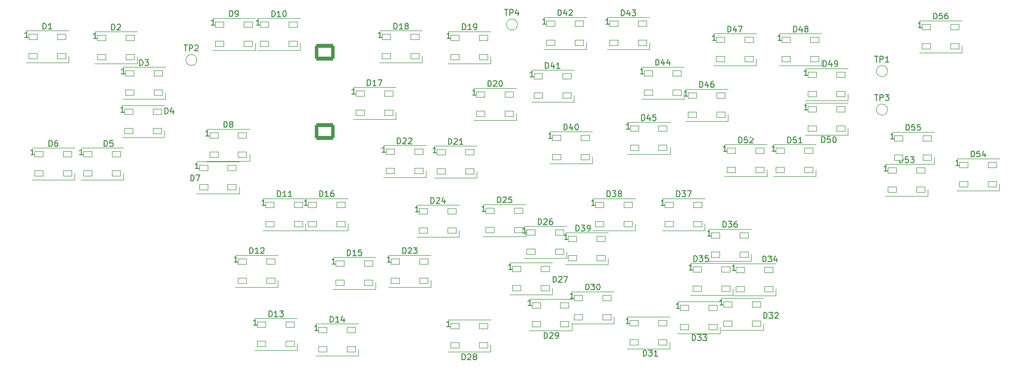
<source format=gbr>
%TF.GenerationSoftware,KiCad,Pcbnew,7.0.1*%
%TF.CreationDate,2023-04-14T18:39:55-08:00*%
%TF.ProjectId,HUD PANEL,48554420-5041-44e4-954c-2e6b69636164,3*%
%TF.SameCoordinates,Original*%
%TF.FileFunction,Legend,Top*%
%TF.FilePolarity,Positive*%
%FSLAX46Y46*%
G04 Gerber Fmt 4.6, Leading zero omitted, Abs format (unit mm)*
G04 Created by KiCad (PCBNEW 7.0.1) date 2023-04-14 18:39:55*
%MOMM*%
%LPD*%
G01*
G04 APERTURE LIST*
G04 Aperture macros list*
%AMRoundRect*
0 Rectangle with rounded corners*
0 $1 Rounding radius*
0 $2 $3 $4 $5 $6 $7 $8 $9 X,Y pos of 4 corners*
0 Add a 4 corners polygon primitive as box body*
4,1,4,$2,$3,$4,$5,$6,$7,$8,$9,$2,$3,0*
0 Add four circle primitives for the rounded corners*
1,1,$1+$1,$2,$3*
1,1,$1+$1,$4,$5*
1,1,$1+$1,$6,$7*
1,1,$1+$1,$8,$9*
0 Add four rect primitives between the rounded corners*
20,1,$1+$1,$2,$3,$4,$5,0*
20,1,$1+$1,$4,$5,$6,$7,0*
20,1,$1+$1,$6,$7,$8,$9,0*
20,1,$1+$1,$8,$9,$2,$3,0*%
G04 Aperture macros list end*
%ADD10C,0.150000*%
%ADD11C,0.120000*%
%ADD12RoundRect,0.050000X-0.750000X-0.450000X0.750000X-0.450000X0.750000X0.450000X-0.750000X0.450000X0*%
%ADD13C,1.600000*%
%ADD14C,12.800000*%
%ADD15C,3.672000*%
%ADD16C,4.400000*%
%ADD17C,7.640752*%
%ADD18C,2.481250*%
%ADD19RoundRect,0.300001X-1.399999X1.099999X-1.399999X-1.099999X1.399999X-1.099999X1.399999X1.099999X0*%
%ADD20O,3.400000X2.800000*%
G04 APERTURE END LIST*
D10*
%TO.C,D1*%
X72566305Y-43698619D02*
X72566305Y-42698619D01*
X72566305Y-42698619D02*
X72804400Y-42698619D01*
X72804400Y-42698619D02*
X72947257Y-42746238D01*
X72947257Y-42746238D02*
X73042495Y-42841476D01*
X73042495Y-42841476D02*
X73090114Y-42936714D01*
X73090114Y-42936714D02*
X73137733Y-43127190D01*
X73137733Y-43127190D02*
X73137733Y-43270047D01*
X73137733Y-43270047D02*
X73090114Y-43460523D01*
X73090114Y-43460523D02*
X73042495Y-43555761D01*
X73042495Y-43555761D02*
X72947257Y-43651000D01*
X72947257Y-43651000D02*
X72804400Y-43698619D01*
X72804400Y-43698619D02*
X72566305Y-43698619D01*
X74090114Y-43698619D02*
X73518686Y-43698619D01*
X73804400Y-43698619D02*
X73804400Y-42698619D01*
X73804400Y-42698619D02*
X73709162Y-42841476D01*
X73709162Y-42841476D02*
X73613924Y-42936714D01*
X73613924Y-42936714D02*
X73518686Y-42984333D01*
X70034114Y-45166619D02*
X69462686Y-45166619D01*
X69748400Y-45166619D02*
X69748400Y-44166619D01*
X69748400Y-44166619D02*
X69653162Y-44309476D01*
X69653162Y-44309476D02*
X69557924Y-44404714D01*
X69557924Y-44404714D02*
X69462686Y-44452333D01*
%TO.C,D2*%
X84351905Y-43862619D02*
X84351905Y-42862619D01*
X84351905Y-42862619D02*
X84590000Y-42862619D01*
X84590000Y-42862619D02*
X84732857Y-42910238D01*
X84732857Y-42910238D02*
X84828095Y-43005476D01*
X84828095Y-43005476D02*
X84875714Y-43100714D01*
X84875714Y-43100714D02*
X84923333Y-43291190D01*
X84923333Y-43291190D02*
X84923333Y-43434047D01*
X84923333Y-43434047D02*
X84875714Y-43624523D01*
X84875714Y-43624523D02*
X84828095Y-43719761D01*
X84828095Y-43719761D02*
X84732857Y-43815000D01*
X84732857Y-43815000D02*
X84590000Y-43862619D01*
X84590000Y-43862619D02*
X84351905Y-43862619D01*
X85304286Y-42957857D02*
X85351905Y-42910238D01*
X85351905Y-42910238D02*
X85447143Y-42862619D01*
X85447143Y-42862619D02*
X85685238Y-42862619D01*
X85685238Y-42862619D02*
X85780476Y-42910238D01*
X85780476Y-42910238D02*
X85828095Y-42957857D01*
X85828095Y-42957857D02*
X85875714Y-43053095D01*
X85875714Y-43053095D02*
X85875714Y-43148333D01*
X85875714Y-43148333D02*
X85828095Y-43291190D01*
X85828095Y-43291190D02*
X85256667Y-43862619D01*
X85256667Y-43862619D02*
X85875714Y-43862619D01*
X81819714Y-45330619D02*
X81248286Y-45330619D01*
X81534000Y-45330619D02*
X81534000Y-44330619D01*
X81534000Y-44330619D02*
X81438762Y-44473476D01*
X81438762Y-44473476D02*
X81343524Y-44568714D01*
X81343524Y-44568714D02*
X81248286Y-44616333D01*
%TO.C,D3*%
X89161905Y-49962619D02*
X89161905Y-48962619D01*
X89161905Y-48962619D02*
X89400000Y-48962619D01*
X89400000Y-48962619D02*
X89542857Y-49010238D01*
X89542857Y-49010238D02*
X89638095Y-49105476D01*
X89638095Y-49105476D02*
X89685714Y-49200714D01*
X89685714Y-49200714D02*
X89733333Y-49391190D01*
X89733333Y-49391190D02*
X89733333Y-49534047D01*
X89733333Y-49534047D02*
X89685714Y-49724523D01*
X89685714Y-49724523D02*
X89638095Y-49819761D01*
X89638095Y-49819761D02*
X89542857Y-49915000D01*
X89542857Y-49915000D02*
X89400000Y-49962619D01*
X89400000Y-49962619D02*
X89161905Y-49962619D01*
X90066667Y-48962619D02*
X90685714Y-48962619D01*
X90685714Y-48962619D02*
X90352381Y-49343571D01*
X90352381Y-49343571D02*
X90495238Y-49343571D01*
X90495238Y-49343571D02*
X90590476Y-49391190D01*
X90590476Y-49391190D02*
X90638095Y-49438809D01*
X90638095Y-49438809D02*
X90685714Y-49534047D01*
X90685714Y-49534047D02*
X90685714Y-49772142D01*
X90685714Y-49772142D02*
X90638095Y-49867380D01*
X90638095Y-49867380D02*
X90590476Y-49915000D01*
X90590476Y-49915000D02*
X90495238Y-49962619D01*
X90495238Y-49962619D02*
X90209524Y-49962619D01*
X90209524Y-49962619D02*
X90114286Y-49915000D01*
X90114286Y-49915000D02*
X90066667Y-49867380D01*
X86629714Y-51430619D02*
X86058286Y-51430619D01*
X86344000Y-51430619D02*
X86344000Y-50430619D01*
X86344000Y-50430619D02*
X86248762Y-50573476D01*
X86248762Y-50573476D02*
X86153524Y-50668714D01*
X86153524Y-50668714D02*
X86058286Y-50716333D01*
%TO.C,D4*%
X93495905Y-58247619D02*
X93495905Y-57247619D01*
X93495905Y-57247619D02*
X93734000Y-57247619D01*
X93734000Y-57247619D02*
X93876857Y-57295238D01*
X93876857Y-57295238D02*
X93972095Y-57390476D01*
X93972095Y-57390476D02*
X94019714Y-57485714D01*
X94019714Y-57485714D02*
X94067333Y-57676190D01*
X94067333Y-57676190D02*
X94067333Y-57819047D01*
X94067333Y-57819047D02*
X94019714Y-58009523D01*
X94019714Y-58009523D02*
X93972095Y-58104761D01*
X93972095Y-58104761D02*
X93876857Y-58200000D01*
X93876857Y-58200000D02*
X93734000Y-58247619D01*
X93734000Y-58247619D02*
X93495905Y-58247619D01*
X94924476Y-57580952D02*
X94924476Y-58247619D01*
X94686381Y-57200000D02*
X94448286Y-57914285D01*
X94448286Y-57914285D02*
X95067333Y-57914285D01*
X86518714Y-57993619D02*
X85947286Y-57993619D01*
X86233000Y-57993619D02*
X86233000Y-56993619D01*
X86233000Y-56993619D02*
X86137762Y-57136476D01*
X86137762Y-57136476D02*
X86042524Y-57231714D01*
X86042524Y-57231714D02*
X85947286Y-57279333D01*
%TO.C,D5*%
X83081905Y-63862619D02*
X83081905Y-62862619D01*
X83081905Y-62862619D02*
X83320000Y-62862619D01*
X83320000Y-62862619D02*
X83462857Y-62910238D01*
X83462857Y-62910238D02*
X83558095Y-63005476D01*
X83558095Y-63005476D02*
X83605714Y-63100714D01*
X83605714Y-63100714D02*
X83653333Y-63291190D01*
X83653333Y-63291190D02*
X83653333Y-63434047D01*
X83653333Y-63434047D02*
X83605714Y-63624523D01*
X83605714Y-63624523D02*
X83558095Y-63719761D01*
X83558095Y-63719761D02*
X83462857Y-63815000D01*
X83462857Y-63815000D02*
X83320000Y-63862619D01*
X83320000Y-63862619D02*
X83081905Y-63862619D01*
X84558095Y-62862619D02*
X84081905Y-62862619D01*
X84081905Y-62862619D02*
X84034286Y-63338809D01*
X84034286Y-63338809D02*
X84081905Y-63291190D01*
X84081905Y-63291190D02*
X84177143Y-63243571D01*
X84177143Y-63243571D02*
X84415238Y-63243571D01*
X84415238Y-63243571D02*
X84510476Y-63291190D01*
X84510476Y-63291190D02*
X84558095Y-63338809D01*
X84558095Y-63338809D02*
X84605714Y-63434047D01*
X84605714Y-63434047D02*
X84605714Y-63672142D01*
X84605714Y-63672142D02*
X84558095Y-63767380D01*
X84558095Y-63767380D02*
X84510476Y-63815000D01*
X84510476Y-63815000D02*
X84415238Y-63862619D01*
X84415238Y-63862619D02*
X84177143Y-63862619D01*
X84177143Y-63862619D02*
X84081905Y-63815000D01*
X84081905Y-63815000D02*
X84034286Y-63767380D01*
X79429714Y-65330619D02*
X78858286Y-65330619D01*
X79144000Y-65330619D02*
X79144000Y-64330619D01*
X79144000Y-64330619D02*
X79048762Y-64473476D01*
X79048762Y-64473476D02*
X78953524Y-64568714D01*
X78953524Y-64568714D02*
X78858286Y-64616333D01*
%TO.C,D6*%
X73611905Y-63862619D02*
X73611905Y-62862619D01*
X73611905Y-62862619D02*
X73850000Y-62862619D01*
X73850000Y-62862619D02*
X73992857Y-62910238D01*
X73992857Y-62910238D02*
X74088095Y-63005476D01*
X74088095Y-63005476D02*
X74135714Y-63100714D01*
X74135714Y-63100714D02*
X74183333Y-63291190D01*
X74183333Y-63291190D02*
X74183333Y-63434047D01*
X74183333Y-63434047D02*
X74135714Y-63624523D01*
X74135714Y-63624523D02*
X74088095Y-63719761D01*
X74088095Y-63719761D02*
X73992857Y-63815000D01*
X73992857Y-63815000D02*
X73850000Y-63862619D01*
X73850000Y-63862619D02*
X73611905Y-63862619D01*
X75040476Y-62862619D02*
X74850000Y-62862619D01*
X74850000Y-62862619D02*
X74754762Y-62910238D01*
X74754762Y-62910238D02*
X74707143Y-62957857D01*
X74707143Y-62957857D02*
X74611905Y-63100714D01*
X74611905Y-63100714D02*
X74564286Y-63291190D01*
X74564286Y-63291190D02*
X74564286Y-63672142D01*
X74564286Y-63672142D02*
X74611905Y-63767380D01*
X74611905Y-63767380D02*
X74659524Y-63815000D01*
X74659524Y-63815000D02*
X74754762Y-63862619D01*
X74754762Y-63862619D02*
X74945238Y-63862619D01*
X74945238Y-63862619D02*
X75040476Y-63815000D01*
X75040476Y-63815000D02*
X75088095Y-63767380D01*
X75088095Y-63767380D02*
X75135714Y-63672142D01*
X75135714Y-63672142D02*
X75135714Y-63434047D01*
X75135714Y-63434047D02*
X75088095Y-63338809D01*
X75088095Y-63338809D02*
X75040476Y-63291190D01*
X75040476Y-63291190D02*
X74945238Y-63243571D01*
X74945238Y-63243571D02*
X74754762Y-63243571D01*
X74754762Y-63243571D02*
X74659524Y-63291190D01*
X74659524Y-63291190D02*
X74611905Y-63338809D01*
X74611905Y-63338809D02*
X74564286Y-63434047D01*
X71079714Y-65330619D02*
X70508286Y-65330619D01*
X70794000Y-65330619D02*
X70794000Y-64330619D01*
X70794000Y-64330619D02*
X70698762Y-64473476D01*
X70698762Y-64473476D02*
X70603524Y-64568714D01*
X70603524Y-64568714D02*
X70508286Y-64616333D01*
%TO.C,D7*%
X97940905Y-69804619D02*
X97940905Y-68804619D01*
X97940905Y-68804619D02*
X98179000Y-68804619D01*
X98179000Y-68804619D02*
X98321857Y-68852238D01*
X98321857Y-68852238D02*
X98417095Y-68947476D01*
X98417095Y-68947476D02*
X98464714Y-69042714D01*
X98464714Y-69042714D02*
X98512333Y-69233190D01*
X98512333Y-69233190D02*
X98512333Y-69376047D01*
X98512333Y-69376047D02*
X98464714Y-69566523D01*
X98464714Y-69566523D02*
X98417095Y-69661761D01*
X98417095Y-69661761D02*
X98321857Y-69757000D01*
X98321857Y-69757000D02*
X98179000Y-69804619D01*
X98179000Y-69804619D02*
X97940905Y-69804619D01*
X98845667Y-68804619D02*
X99512333Y-68804619D01*
X99512333Y-68804619D02*
X99083762Y-69804619D01*
X99308714Y-67696619D02*
X98737286Y-67696619D01*
X99023000Y-67696619D02*
X99023000Y-66696619D01*
X99023000Y-66696619D02*
X98927762Y-66839476D01*
X98927762Y-66839476D02*
X98832524Y-66934714D01*
X98832524Y-66934714D02*
X98737286Y-66982333D01*
%TO.C,D9*%
X104581905Y-41539419D02*
X104581905Y-40539419D01*
X104581905Y-40539419D02*
X104820000Y-40539419D01*
X104820000Y-40539419D02*
X104962857Y-40587038D01*
X104962857Y-40587038D02*
X105058095Y-40682276D01*
X105058095Y-40682276D02*
X105105714Y-40777514D01*
X105105714Y-40777514D02*
X105153333Y-40967990D01*
X105153333Y-40967990D02*
X105153333Y-41110847D01*
X105153333Y-41110847D02*
X105105714Y-41301323D01*
X105105714Y-41301323D02*
X105058095Y-41396561D01*
X105058095Y-41396561D02*
X104962857Y-41491800D01*
X104962857Y-41491800D02*
X104820000Y-41539419D01*
X104820000Y-41539419D02*
X104581905Y-41539419D01*
X105629524Y-41539419D02*
X105820000Y-41539419D01*
X105820000Y-41539419D02*
X105915238Y-41491800D01*
X105915238Y-41491800D02*
X105962857Y-41444180D01*
X105962857Y-41444180D02*
X106058095Y-41301323D01*
X106058095Y-41301323D02*
X106105714Y-41110847D01*
X106105714Y-41110847D02*
X106105714Y-40729895D01*
X106105714Y-40729895D02*
X106058095Y-40634657D01*
X106058095Y-40634657D02*
X106010476Y-40587038D01*
X106010476Y-40587038D02*
X105915238Y-40539419D01*
X105915238Y-40539419D02*
X105724762Y-40539419D01*
X105724762Y-40539419D02*
X105629524Y-40587038D01*
X105629524Y-40587038D02*
X105581905Y-40634657D01*
X105581905Y-40634657D02*
X105534286Y-40729895D01*
X105534286Y-40729895D02*
X105534286Y-40967990D01*
X105534286Y-40967990D02*
X105581905Y-41063228D01*
X105581905Y-41063228D02*
X105629524Y-41110847D01*
X105629524Y-41110847D02*
X105724762Y-41158466D01*
X105724762Y-41158466D02*
X105915238Y-41158466D01*
X105915238Y-41158466D02*
X106010476Y-41110847D01*
X106010476Y-41110847D02*
X106058095Y-41063228D01*
X106058095Y-41063228D02*
X106105714Y-40967990D01*
X102049714Y-43007419D02*
X101478286Y-43007419D01*
X101764000Y-43007419D02*
X101764000Y-42007419D01*
X101764000Y-42007419D02*
X101668762Y-42150276D01*
X101668762Y-42150276D02*
X101573524Y-42245514D01*
X101573524Y-42245514D02*
X101478286Y-42293133D01*
%TO.C,D10*%
X111835714Y-41562619D02*
X111835714Y-40562619D01*
X111835714Y-40562619D02*
X112073809Y-40562619D01*
X112073809Y-40562619D02*
X112216666Y-40610238D01*
X112216666Y-40610238D02*
X112311904Y-40705476D01*
X112311904Y-40705476D02*
X112359523Y-40800714D01*
X112359523Y-40800714D02*
X112407142Y-40991190D01*
X112407142Y-40991190D02*
X112407142Y-41134047D01*
X112407142Y-41134047D02*
X112359523Y-41324523D01*
X112359523Y-41324523D02*
X112311904Y-41419761D01*
X112311904Y-41419761D02*
X112216666Y-41515000D01*
X112216666Y-41515000D02*
X112073809Y-41562619D01*
X112073809Y-41562619D02*
X111835714Y-41562619D01*
X113359523Y-41562619D02*
X112788095Y-41562619D01*
X113073809Y-41562619D02*
X113073809Y-40562619D01*
X113073809Y-40562619D02*
X112978571Y-40705476D01*
X112978571Y-40705476D02*
X112883333Y-40800714D01*
X112883333Y-40800714D02*
X112788095Y-40848333D01*
X113978571Y-40562619D02*
X114073809Y-40562619D01*
X114073809Y-40562619D02*
X114169047Y-40610238D01*
X114169047Y-40610238D02*
X114216666Y-40657857D01*
X114216666Y-40657857D02*
X114264285Y-40753095D01*
X114264285Y-40753095D02*
X114311904Y-40943571D01*
X114311904Y-40943571D02*
X114311904Y-41181666D01*
X114311904Y-41181666D02*
X114264285Y-41372142D01*
X114264285Y-41372142D02*
X114216666Y-41467380D01*
X114216666Y-41467380D02*
X114169047Y-41515000D01*
X114169047Y-41515000D02*
X114073809Y-41562619D01*
X114073809Y-41562619D02*
X113978571Y-41562619D01*
X113978571Y-41562619D02*
X113883333Y-41515000D01*
X113883333Y-41515000D02*
X113835714Y-41467380D01*
X113835714Y-41467380D02*
X113788095Y-41372142D01*
X113788095Y-41372142D02*
X113740476Y-41181666D01*
X113740476Y-41181666D02*
X113740476Y-40943571D01*
X113740476Y-40943571D02*
X113788095Y-40753095D01*
X113788095Y-40753095D02*
X113835714Y-40657857D01*
X113835714Y-40657857D02*
X113883333Y-40610238D01*
X113883333Y-40610238D02*
X113978571Y-40562619D01*
X109779714Y-43030619D02*
X109208286Y-43030619D01*
X109494000Y-43030619D02*
X109494000Y-42030619D01*
X109494000Y-42030619D02*
X109398762Y-42173476D01*
X109398762Y-42173476D02*
X109303524Y-42268714D01*
X109303524Y-42268714D02*
X109208286Y-42316333D01*
%TO.C,D11*%
X112785714Y-72512619D02*
X112785714Y-71512619D01*
X112785714Y-71512619D02*
X113023809Y-71512619D01*
X113023809Y-71512619D02*
X113166666Y-71560238D01*
X113166666Y-71560238D02*
X113261904Y-71655476D01*
X113261904Y-71655476D02*
X113309523Y-71750714D01*
X113309523Y-71750714D02*
X113357142Y-71941190D01*
X113357142Y-71941190D02*
X113357142Y-72084047D01*
X113357142Y-72084047D02*
X113309523Y-72274523D01*
X113309523Y-72274523D02*
X113261904Y-72369761D01*
X113261904Y-72369761D02*
X113166666Y-72465000D01*
X113166666Y-72465000D02*
X113023809Y-72512619D01*
X113023809Y-72512619D02*
X112785714Y-72512619D01*
X114309523Y-72512619D02*
X113738095Y-72512619D01*
X114023809Y-72512619D02*
X114023809Y-71512619D01*
X114023809Y-71512619D02*
X113928571Y-71655476D01*
X113928571Y-71655476D02*
X113833333Y-71750714D01*
X113833333Y-71750714D02*
X113738095Y-71798333D01*
X115261904Y-72512619D02*
X114690476Y-72512619D01*
X114976190Y-72512619D02*
X114976190Y-71512619D01*
X114976190Y-71512619D02*
X114880952Y-71655476D01*
X114880952Y-71655476D02*
X114785714Y-71750714D01*
X114785714Y-71750714D02*
X114690476Y-71798333D01*
X110729714Y-73980619D02*
X110158286Y-73980619D01*
X110444000Y-73980619D02*
X110444000Y-72980619D01*
X110444000Y-72980619D02*
X110348762Y-73123476D01*
X110348762Y-73123476D02*
X110253524Y-73218714D01*
X110253524Y-73218714D02*
X110158286Y-73266333D01*
%TO.C,D12*%
X108035714Y-82262619D02*
X108035714Y-81262619D01*
X108035714Y-81262619D02*
X108273809Y-81262619D01*
X108273809Y-81262619D02*
X108416666Y-81310238D01*
X108416666Y-81310238D02*
X108511904Y-81405476D01*
X108511904Y-81405476D02*
X108559523Y-81500714D01*
X108559523Y-81500714D02*
X108607142Y-81691190D01*
X108607142Y-81691190D02*
X108607142Y-81834047D01*
X108607142Y-81834047D02*
X108559523Y-82024523D01*
X108559523Y-82024523D02*
X108511904Y-82119761D01*
X108511904Y-82119761D02*
X108416666Y-82215000D01*
X108416666Y-82215000D02*
X108273809Y-82262619D01*
X108273809Y-82262619D02*
X108035714Y-82262619D01*
X109559523Y-82262619D02*
X108988095Y-82262619D01*
X109273809Y-82262619D02*
X109273809Y-81262619D01*
X109273809Y-81262619D02*
X109178571Y-81405476D01*
X109178571Y-81405476D02*
X109083333Y-81500714D01*
X109083333Y-81500714D02*
X108988095Y-81548333D01*
X109940476Y-81357857D02*
X109988095Y-81310238D01*
X109988095Y-81310238D02*
X110083333Y-81262619D01*
X110083333Y-81262619D02*
X110321428Y-81262619D01*
X110321428Y-81262619D02*
X110416666Y-81310238D01*
X110416666Y-81310238D02*
X110464285Y-81357857D01*
X110464285Y-81357857D02*
X110511904Y-81453095D01*
X110511904Y-81453095D02*
X110511904Y-81548333D01*
X110511904Y-81548333D02*
X110464285Y-81691190D01*
X110464285Y-81691190D02*
X109892857Y-82262619D01*
X109892857Y-82262619D02*
X110511904Y-82262619D01*
X105979714Y-83730619D02*
X105408286Y-83730619D01*
X105694000Y-83730619D02*
X105694000Y-82730619D01*
X105694000Y-82730619D02*
X105598762Y-82873476D01*
X105598762Y-82873476D02*
X105503524Y-82968714D01*
X105503524Y-82968714D02*
X105408286Y-83016333D01*
%TO.C,D13*%
X111335714Y-93112619D02*
X111335714Y-92112619D01*
X111335714Y-92112619D02*
X111573809Y-92112619D01*
X111573809Y-92112619D02*
X111716666Y-92160238D01*
X111716666Y-92160238D02*
X111811904Y-92255476D01*
X111811904Y-92255476D02*
X111859523Y-92350714D01*
X111859523Y-92350714D02*
X111907142Y-92541190D01*
X111907142Y-92541190D02*
X111907142Y-92684047D01*
X111907142Y-92684047D02*
X111859523Y-92874523D01*
X111859523Y-92874523D02*
X111811904Y-92969761D01*
X111811904Y-92969761D02*
X111716666Y-93065000D01*
X111716666Y-93065000D02*
X111573809Y-93112619D01*
X111573809Y-93112619D02*
X111335714Y-93112619D01*
X112859523Y-93112619D02*
X112288095Y-93112619D01*
X112573809Y-93112619D02*
X112573809Y-92112619D01*
X112573809Y-92112619D02*
X112478571Y-92255476D01*
X112478571Y-92255476D02*
X112383333Y-92350714D01*
X112383333Y-92350714D02*
X112288095Y-92398333D01*
X113192857Y-92112619D02*
X113811904Y-92112619D01*
X113811904Y-92112619D02*
X113478571Y-92493571D01*
X113478571Y-92493571D02*
X113621428Y-92493571D01*
X113621428Y-92493571D02*
X113716666Y-92541190D01*
X113716666Y-92541190D02*
X113764285Y-92588809D01*
X113764285Y-92588809D02*
X113811904Y-92684047D01*
X113811904Y-92684047D02*
X113811904Y-92922142D01*
X113811904Y-92922142D02*
X113764285Y-93017380D01*
X113764285Y-93017380D02*
X113716666Y-93065000D01*
X113716666Y-93065000D02*
X113621428Y-93112619D01*
X113621428Y-93112619D02*
X113335714Y-93112619D01*
X113335714Y-93112619D02*
X113240476Y-93065000D01*
X113240476Y-93065000D02*
X113192857Y-93017380D01*
X109279714Y-94580619D02*
X108708286Y-94580619D01*
X108994000Y-94580619D02*
X108994000Y-93580619D01*
X108994000Y-93580619D02*
X108898762Y-93723476D01*
X108898762Y-93723476D02*
X108803524Y-93818714D01*
X108803524Y-93818714D02*
X108708286Y-93866333D01*
%TO.C,D14*%
X121835714Y-94062619D02*
X121835714Y-93062619D01*
X121835714Y-93062619D02*
X122073809Y-93062619D01*
X122073809Y-93062619D02*
X122216666Y-93110238D01*
X122216666Y-93110238D02*
X122311904Y-93205476D01*
X122311904Y-93205476D02*
X122359523Y-93300714D01*
X122359523Y-93300714D02*
X122407142Y-93491190D01*
X122407142Y-93491190D02*
X122407142Y-93634047D01*
X122407142Y-93634047D02*
X122359523Y-93824523D01*
X122359523Y-93824523D02*
X122311904Y-93919761D01*
X122311904Y-93919761D02*
X122216666Y-94015000D01*
X122216666Y-94015000D02*
X122073809Y-94062619D01*
X122073809Y-94062619D02*
X121835714Y-94062619D01*
X123359523Y-94062619D02*
X122788095Y-94062619D01*
X123073809Y-94062619D02*
X123073809Y-93062619D01*
X123073809Y-93062619D02*
X122978571Y-93205476D01*
X122978571Y-93205476D02*
X122883333Y-93300714D01*
X122883333Y-93300714D02*
X122788095Y-93348333D01*
X124216666Y-93395952D02*
X124216666Y-94062619D01*
X123978571Y-93015000D02*
X123740476Y-93729285D01*
X123740476Y-93729285D02*
X124359523Y-93729285D01*
X119779714Y-95530619D02*
X119208286Y-95530619D01*
X119494000Y-95530619D02*
X119494000Y-94530619D01*
X119494000Y-94530619D02*
X119398762Y-94673476D01*
X119398762Y-94673476D02*
X119303524Y-94768714D01*
X119303524Y-94768714D02*
X119208286Y-94816333D01*
%TO.C,D15*%
X124785714Y-82612619D02*
X124785714Y-81612619D01*
X124785714Y-81612619D02*
X125023809Y-81612619D01*
X125023809Y-81612619D02*
X125166666Y-81660238D01*
X125166666Y-81660238D02*
X125261904Y-81755476D01*
X125261904Y-81755476D02*
X125309523Y-81850714D01*
X125309523Y-81850714D02*
X125357142Y-82041190D01*
X125357142Y-82041190D02*
X125357142Y-82184047D01*
X125357142Y-82184047D02*
X125309523Y-82374523D01*
X125309523Y-82374523D02*
X125261904Y-82469761D01*
X125261904Y-82469761D02*
X125166666Y-82565000D01*
X125166666Y-82565000D02*
X125023809Y-82612619D01*
X125023809Y-82612619D02*
X124785714Y-82612619D01*
X126309523Y-82612619D02*
X125738095Y-82612619D01*
X126023809Y-82612619D02*
X126023809Y-81612619D01*
X126023809Y-81612619D02*
X125928571Y-81755476D01*
X125928571Y-81755476D02*
X125833333Y-81850714D01*
X125833333Y-81850714D02*
X125738095Y-81898333D01*
X127214285Y-81612619D02*
X126738095Y-81612619D01*
X126738095Y-81612619D02*
X126690476Y-82088809D01*
X126690476Y-82088809D02*
X126738095Y-82041190D01*
X126738095Y-82041190D02*
X126833333Y-81993571D01*
X126833333Y-81993571D02*
X127071428Y-81993571D01*
X127071428Y-81993571D02*
X127166666Y-82041190D01*
X127166666Y-82041190D02*
X127214285Y-82088809D01*
X127214285Y-82088809D02*
X127261904Y-82184047D01*
X127261904Y-82184047D02*
X127261904Y-82422142D01*
X127261904Y-82422142D02*
X127214285Y-82517380D01*
X127214285Y-82517380D02*
X127166666Y-82565000D01*
X127166666Y-82565000D02*
X127071428Y-82612619D01*
X127071428Y-82612619D02*
X126833333Y-82612619D01*
X126833333Y-82612619D02*
X126738095Y-82565000D01*
X126738095Y-82565000D02*
X126690476Y-82517380D01*
X122729714Y-84080619D02*
X122158286Y-84080619D01*
X122444000Y-84080619D02*
X122444000Y-83080619D01*
X122444000Y-83080619D02*
X122348762Y-83223476D01*
X122348762Y-83223476D02*
X122253524Y-83318714D01*
X122253524Y-83318714D02*
X122158286Y-83366333D01*
%TO.C,D16*%
X120035714Y-72512619D02*
X120035714Y-71512619D01*
X120035714Y-71512619D02*
X120273809Y-71512619D01*
X120273809Y-71512619D02*
X120416666Y-71560238D01*
X120416666Y-71560238D02*
X120511904Y-71655476D01*
X120511904Y-71655476D02*
X120559523Y-71750714D01*
X120559523Y-71750714D02*
X120607142Y-71941190D01*
X120607142Y-71941190D02*
X120607142Y-72084047D01*
X120607142Y-72084047D02*
X120559523Y-72274523D01*
X120559523Y-72274523D02*
X120511904Y-72369761D01*
X120511904Y-72369761D02*
X120416666Y-72465000D01*
X120416666Y-72465000D02*
X120273809Y-72512619D01*
X120273809Y-72512619D02*
X120035714Y-72512619D01*
X121559523Y-72512619D02*
X120988095Y-72512619D01*
X121273809Y-72512619D02*
X121273809Y-71512619D01*
X121273809Y-71512619D02*
X121178571Y-71655476D01*
X121178571Y-71655476D02*
X121083333Y-71750714D01*
X121083333Y-71750714D02*
X120988095Y-71798333D01*
X122416666Y-71512619D02*
X122226190Y-71512619D01*
X122226190Y-71512619D02*
X122130952Y-71560238D01*
X122130952Y-71560238D02*
X122083333Y-71607857D01*
X122083333Y-71607857D02*
X121988095Y-71750714D01*
X121988095Y-71750714D02*
X121940476Y-71941190D01*
X121940476Y-71941190D02*
X121940476Y-72322142D01*
X121940476Y-72322142D02*
X121988095Y-72417380D01*
X121988095Y-72417380D02*
X122035714Y-72465000D01*
X122035714Y-72465000D02*
X122130952Y-72512619D01*
X122130952Y-72512619D02*
X122321428Y-72512619D01*
X122321428Y-72512619D02*
X122416666Y-72465000D01*
X122416666Y-72465000D02*
X122464285Y-72417380D01*
X122464285Y-72417380D02*
X122511904Y-72322142D01*
X122511904Y-72322142D02*
X122511904Y-72084047D01*
X122511904Y-72084047D02*
X122464285Y-71988809D01*
X122464285Y-71988809D02*
X122416666Y-71941190D01*
X122416666Y-71941190D02*
X122321428Y-71893571D01*
X122321428Y-71893571D02*
X122130952Y-71893571D01*
X122130952Y-71893571D02*
X122035714Y-71941190D01*
X122035714Y-71941190D02*
X121988095Y-71988809D01*
X121988095Y-71988809D02*
X121940476Y-72084047D01*
X117979714Y-73980619D02*
X117408286Y-73980619D01*
X117694000Y-73980619D02*
X117694000Y-72980619D01*
X117694000Y-72980619D02*
X117598762Y-73123476D01*
X117598762Y-73123476D02*
X117503524Y-73218714D01*
X117503524Y-73218714D02*
X117408286Y-73266333D01*
%TO.C,D17*%
X128223714Y-53401419D02*
X128223714Y-52401419D01*
X128223714Y-52401419D02*
X128461809Y-52401419D01*
X128461809Y-52401419D02*
X128604666Y-52449038D01*
X128604666Y-52449038D02*
X128699904Y-52544276D01*
X128699904Y-52544276D02*
X128747523Y-52639514D01*
X128747523Y-52639514D02*
X128795142Y-52829990D01*
X128795142Y-52829990D02*
X128795142Y-52972847D01*
X128795142Y-52972847D02*
X128747523Y-53163323D01*
X128747523Y-53163323D02*
X128699904Y-53258561D01*
X128699904Y-53258561D02*
X128604666Y-53353800D01*
X128604666Y-53353800D02*
X128461809Y-53401419D01*
X128461809Y-53401419D02*
X128223714Y-53401419D01*
X129747523Y-53401419D02*
X129176095Y-53401419D01*
X129461809Y-53401419D02*
X129461809Y-52401419D01*
X129461809Y-52401419D02*
X129366571Y-52544276D01*
X129366571Y-52544276D02*
X129271333Y-52639514D01*
X129271333Y-52639514D02*
X129176095Y-52687133D01*
X130080857Y-52401419D02*
X130747523Y-52401419D01*
X130747523Y-52401419D02*
X130318952Y-53401419D01*
X126167714Y-54869419D02*
X125596286Y-54869419D01*
X125882000Y-54869419D02*
X125882000Y-53869419D01*
X125882000Y-53869419D02*
X125786762Y-54012276D01*
X125786762Y-54012276D02*
X125691524Y-54107514D01*
X125691524Y-54107514D02*
X125596286Y-54155133D01*
%TO.C,D18*%
X132770714Y-43712619D02*
X132770714Y-42712619D01*
X132770714Y-42712619D02*
X133008809Y-42712619D01*
X133008809Y-42712619D02*
X133151666Y-42760238D01*
X133151666Y-42760238D02*
X133246904Y-42855476D01*
X133246904Y-42855476D02*
X133294523Y-42950714D01*
X133294523Y-42950714D02*
X133342142Y-43141190D01*
X133342142Y-43141190D02*
X133342142Y-43284047D01*
X133342142Y-43284047D02*
X133294523Y-43474523D01*
X133294523Y-43474523D02*
X133246904Y-43569761D01*
X133246904Y-43569761D02*
X133151666Y-43665000D01*
X133151666Y-43665000D02*
X133008809Y-43712619D01*
X133008809Y-43712619D02*
X132770714Y-43712619D01*
X134294523Y-43712619D02*
X133723095Y-43712619D01*
X134008809Y-43712619D02*
X134008809Y-42712619D01*
X134008809Y-42712619D02*
X133913571Y-42855476D01*
X133913571Y-42855476D02*
X133818333Y-42950714D01*
X133818333Y-42950714D02*
X133723095Y-42998333D01*
X134865952Y-43141190D02*
X134770714Y-43093571D01*
X134770714Y-43093571D02*
X134723095Y-43045952D01*
X134723095Y-43045952D02*
X134675476Y-42950714D01*
X134675476Y-42950714D02*
X134675476Y-42903095D01*
X134675476Y-42903095D02*
X134723095Y-42807857D01*
X134723095Y-42807857D02*
X134770714Y-42760238D01*
X134770714Y-42760238D02*
X134865952Y-42712619D01*
X134865952Y-42712619D02*
X135056428Y-42712619D01*
X135056428Y-42712619D02*
X135151666Y-42760238D01*
X135151666Y-42760238D02*
X135199285Y-42807857D01*
X135199285Y-42807857D02*
X135246904Y-42903095D01*
X135246904Y-42903095D02*
X135246904Y-42950714D01*
X135246904Y-42950714D02*
X135199285Y-43045952D01*
X135199285Y-43045952D02*
X135151666Y-43093571D01*
X135151666Y-43093571D02*
X135056428Y-43141190D01*
X135056428Y-43141190D02*
X134865952Y-43141190D01*
X134865952Y-43141190D02*
X134770714Y-43188809D01*
X134770714Y-43188809D02*
X134723095Y-43236428D01*
X134723095Y-43236428D02*
X134675476Y-43331666D01*
X134675476Y-43331666D02*
X134675476Y-43522142D01*
X134675476Y-43522142D02*
X134723095Y-43617380D01*
X134723095Y-43617380D02*
X134770714Y-43665000D01*
X134770714Y-43665000D02*
X134865952Y-43712619D01*
X134865952Y-43712619D02*
X135056428Y-43712619D01*
X135056428Y-43712619D02*
X135151666Y-43665000D01*
X135151666Y-43665000D02*
X135199285Y-43617380D01*
X135199285Y-43617380D02*
X135246904Y-43522142D01*
X135246904Y-43522142D02*
X135246904Y-43331666D01*
X135246904Y-43331666D02*
X135199285Y-43236428D01*
X135199285Y-43236428D02*
X135151666Y-43188809D01*
X135151666Y-43188809D02*
X135056428Y-43141190D01*
X130714714Y-45180619D02*
X130143286Y-45180619D01*
X130429000Y-45180619D02*
X130429000Y-44180619D01*
X130429000Y-44180619D02*
X130333762Y-44323476D01*
X130333762Y-44323476D02*
X130238524Y-44418714D01*
X130238524Y-44418714D02*
X130143286Y-44466333D01*
%TO.C,D19*%
X144535714Y-43812619D02*
X144535714Y-42812619D01*
X144535714Y-42812619D02*
X144773809Y-42812619D01*
X144773809Y-42812619D02*
X144916666Y-42860238D01*
X144916666Y-42860238D02*
X145011904Y-42955476D01*
X145011904Y-42955476D02*
X145059523Y-43050714D01*
X145059523Y-43050714D02*
X145107142Y-43241190D01*
X145107142Y-43241190D02*
X145107142Y-43384047D01*
X145107142Y-43384047D02*
X145059523Y-43574523D01*
X145059523Y-43574523D02*
X145011904Y-43669761D01*
X145011904Y-43669761D02*
X144916666Y-43765000D01*
X144916666Y-43765000D02*
X144773809Y-43812619D01*
X144773809Y-43812619D02*
X144535714Y-43812619D01*
X146059523Y-43812619D02*
X145488095Y-43812619D01*
X145773809Y-43812619D02*
X145773809Y-42812619D01*
X145773809Y-42812619D02*
X145678571Y-42955476D01*
X145678571Y-42955476D02*
X145583333Y-43050714D01*
X145583333Y-43050714D02*
X145488095Y-43098333D01*
X146535714Y-43812619D02*
X146726190Y-43812619D01*
X146726190Y-43812619D02*
X146821428Y-43765000D01*
X146821428Y-43765000D02*
X146869047Y-43717380D01*
X146869047Y-43717380D02*
X146964285Y-43574523D01*
X146964285Y-43574523D02*
X147011904Y-43384047D01*
X147011904Y-43384047D02*
X147011904Y-43003095D01*
X147011904Y-43003095D02*
X146964285Y-42907857D01*
X146964285Y-42907857D02*
X146916666Y-42860238D01*
X146916666Y-42860238D02*
X146821428Y-42812619D01*
X146821428Y-42812619D02*
X146630952Y-42812619D01*
X146630952Y-42812619D02*
X146535714Y-42860238D01*
X146535714Y-42860238D02*
X146488095Y-42907857D01*
X146488095Y-42907857D02*
X146440476Y-43003095D01*
X146440476Y-43003095D02*
X146440476Y-43241190D01*
X146440476Y-43241190D02*
X146488095Y-43336428D01*
X146488095Y-43336428D02*
X146535714Y-43384047D01*
X146535714Y-43384047D02*
X146630952Y-43431666D01*
X146630952Y-43431666D02*
X146821428Y-43431666D01*
X146821428Y-43431666D02*
X146916666Y-43384047D01*
X146916666Y-43384047D02*
X146964285Y-43336428D01*
X146964285Y-43336428D02*
X147011904Y-43241190D01*
X142479714Y-45280619D02*
X141908286Y-45280619D01*
X142194000Y-45280619D02*
X142194000Y-44280619D01*
X142194000Y-44280619D02*
X142098762Y-44423476D01*
X142098762Y-44423476D02*
X142003524Y-44518714D01*
X142003524Y-44518714D02*
X141908286Y-44566333D01*
%TO.C,D20*%
X148899714Y-53562619D02*
X148899714Y-52562619D01*
X148899714Y-52562619D02*
X149137809Y-52562619D01*
X149137809Y-52562619D02*
X149280666Y-52610238D01*
X149280666Y-52610238D02*
X149375904Y-52705476D01*
X149375904Y-52705476D02*
X149423523Y-52800714D01*
X149423523Y-52800714D02*
X149471142Y-52991190D01*
X149471142Y-52991190D02*
X149471142Y-53134047D01*
X149471142Y-53134047D02*
X149423523Y-53324523D01*
X149423523Y-53324523D02*
X149375904Y-53419761D01*
X149375904Y-53419761D02*
X149280666Y-53515000D01*
X149280666Y-53515000D02*
X149137809Y-53562619D01*
X149137809Y-53562619D02*
X148899714Y-53562619D01*
X149852095Y-52657857D02*
X149899714Y-52610238D01*
X149899714Y-52610238D02*
X149994952Y-52562619D01*
X149994952Y-52562619D02*
X150233047Y-52562619D01*
X150233047Y-52562619D02*
X150328285Y-52610238D01*
X150328285Y-52610238D02*
X150375904Y-52657857D01*
X150375904Y-52657857D02*
X150423523Y-52753095D01*
X150423523Y-52753095D02*
X150423523Y-52848333D01*
X150423523Y-52848333D02*
X150375904Y-52991190D01*
X150375904Y-52991190D02*
X149804476Y-53562619D01*
X149804476Y-53562619D02*
X150423523Y-53562619D01*
X151042571Y-52562619D02*
X151137809Y-52562619D01*
X151137809Y-52562619D02*
X151233047Y-52610238D01*
X151233047Y-52610238D02*
X151280666Y-52657857D01*
X151280666Y-52657857D02*
X151328285Y-52753095D01*
X151328285Y-52753095D02*
X151375904Y-52943571D01*
X151375904Y-52943571D02*
X151375904Y-53181666D01*
X151375904Y-53181666D02*
X151328285Y-53372142D01*
X151328285Y-53372142D02*
X151280666Y-53467380D01*
X151280666Y-53467380D02*
X151233047Y-53515000D01*
X151233047Y-53515000D02*
X151137809Y-53562619D01*
X151137809Y-53562619D02*
X151042571Y-53562619D01*
X151042571Y-53562619D02*
X150947333Y-53515000D01*
X150947333Y-53515000D02*
X150899714Y-53467380D01*
X150899714Y-53467380D02*
X150852095Y-53372142D01*
X150852095Y-53372142D02*
X150804476Y-53181666D01*
X150804476Y-53181666D02*
X150804476Y-52943571D01*
X150804476Y-52943571D02*
X150852095Y-52753095D01*
X150852095Y-52753095D02*
X150899714Y-52657857D01*
X150899714Y-52657857D02*
X150947333Y-52610238D01*
X150947333Y-52610238D02*
X151042571Y-52562619D01*
X146843714Y-55030619D02*
X146272286Y-55030619D01*
X146558000Y-55030619D02*
X146558000Y-54030619D01*
X146558000Y-54030619D02*
X146462762Y-54173476D01*
X146462762Y-54173476D02*
X146367524Y-54268714D01*
X146367524Y-54268714D02*
X146272286Y-54316333D01*
%TO.C,D21*%
X142135714Y-63512619D02*
X142135714Y-62512619D01*
X142135714Y-62512619D02*
X142373809Y-62512619D01*
X142373809Y-62512619D02*
X142516666Y-62560238D01*
X142516666Y-62560238D02*
X142611904Y-62655476D01*
X142611904Y-62655476D02*
X142659523Y-62750714D01*
X142659523Y-62750714D02*
X142707142Y-62941190D01*
X142707142Y-62941190D02*
X142707142Y-63084047D01*
X142707142Y-63084047D02*
X142659523Y-63274523D01*
X142659523Y-63274523D02*
X142611904Y-63369761D01*
X142611904Y-63369761D02*
X142516666Y-63465000D01*
X142516666Y-63465000D02*
X142373809Y-63512619D01*
X142373809Y-63512619D02*
X142135714Y-63512619D01*
X143088095Y-62607857D02*
X143135714Y-62560238D01*
X143135714Y-62560238D02*
X143230952Y-62512619D01*
X143230952Y-62512619D02*
X143469047Y-62512619D01*
X143469047Y-62512619D02*
X143564285Y-62560238D01*
X143564285Y-62560238D02*
X143611904Y-62607857D01*
X143611904Y-62607857D02*
X143659523Y-62703095D01*
X143659523Y-62703095D02*
X143659523Y-62798333D01*
X143659523Y-62798333D02*
X143611904Y-62941190D01*
X143611904Y-62941190D02*
X143040476Y-63512619D01*
X143040476Y-63512619D02*
X143659523Y-63512619D01*
X144611904Y-63512619D02*
X144040476Y-63512619D01*
X144326190Y-63512619D02*
X144326190Y-62512619D01*
X144326190Y-62512619D02*
X144230952Y-62655476D01*
X144230952Y-62655476D02*
X144135714Y-62750714D01*
X144135714Y-62750714D02*
X144040476Y-62798333D01*
X140079714Y-64980619D02*
X139508286Y-64980619D01*
X139794000Y-64980619D02*
X139794000Y-63980619D01*
X139794000Y-63980619D02*
X139698762Y-64123476D01*
X139698762Y-64123476D02*
X139603524Y-64218714D01*
X139603524Y-64218714D02*
X139508286Y-64266333D01*
%TO.C,D22*%
X133385714Y-63412619D02*
X133385714Y-62412619D01*
X133385714Y-62412619D02*
X133623809Y-62412619D01*
X133623809Y-62412619D02*
X133766666Y-62460238D01*
X133766666Y-62460238D02*
X133861904Y-62555476D01*
X133861904Y-62555476D02*
X133909523Y-62650714D01*
X133909523Y-62650714D02*
X133957142Y-62841190D01*
X133957142Y-62841190D02*
X133957142Y-62984047D01*
X133957142Y-62984047D02*
X133909523Y-63174523D01*
X133909523Y-63174523D02*
X133861904Y-63269761D01*
X133861904Y-63269761D02*
X133766666Y-63365000D01*
X133766666Y-63365000D02*
X133623809Y-63412619D01*
X133623809Y-63412619D02*
X133385714Y-63412619D01*
X134338095Y-62507857D02*
X134385714Y-62460238D01*
X134385714Y-62460238D02*
X134480952Y-62412619D01*
X134480952Y-62412619D02*
X134719047Y-62412619D01*
X134719047Y-62412619D02*
X134814285Y-62460238D01*
X134814285Y-62460238D02*
X134861904Y-62507857D01*
X134861904Y-62507857D02*
X134909523Y-62603095D01*
X134909523Y-62603095D02*
X134909523Y-62698333D01*
X134909523Y-62698333D02*
X134861904Y-62841190D01*
X134861904Y-62841190D02*
X134290476Y-63412619D01*
X134290476Y-63412619D02*
X134909523Y-63412619D01*
X135290476Y-62507857D02*
X135338095Y-62460238D01*
X135338095Y-62460238D02*
X135433333Y-62412619D01*
X135433333Y-62412619D02*
X135671428Y-62412619D01*
X135671428Y-62412619D02*
X135766666Y-62460238D01*
X135766666Y-62460238D02*
X135814285Y-62507857D01*
X135814285Y-62507857D02*
X135861904Y-62603095D01*
X135861904Y-62603095D02*
X135861904Y-62698333D01*
X135861904Y-62698333D02*
X135814285Y-62841190D01*
X135814285Y-62841190D02*
X135242857Y-63412619D01*
X135242857Y-63412619D02*
X135861904Y-63412619D01*
X131329714Y-64880619D02*
X130758286Y-64880619D01*
X131044000Y-64880619D02*
X131044000Y-63880619D01*
X131044000Y-63880619D02*
X130948762Y-64023476D01*
X130948762Y-64023476D02*
X130853524Y-64118714D01*
X130853524Y-64118714D02*
X130758286Y-64166333D01*
%TO.C,D24*%
X139120714Y-73662619D02*
X139120714Y-72662619D01*
X139120714Y-72662619D02*
X139358809Y-72662619D01*
X139358809Y-72662619D02*
X139501666Y-72710238D01*
X139501666Y-72710238D02*
X139596904Y-72805476D01*
X139596904Y-72805476D02*
X139644523Y-72900714D01*
X139644523Y-72900714D02*
X139692142Y-73091190D01*
X139692142Y-73091190D02*
X139692142Y-73234047D01*
X139692142Y-73234047D02*
X139644523Y-73424523D01*
X139644523Y-73424523D02*
X139596904Y-73519761D01*
X139596904Y-73519761D02*
X139501666Y-73615000D01*
X139501666Y-73615000D02*
X139358809Y-73662619D01*
X139358809Y-73662619D02*
X139120714Y-73662619D01*
X140073095Y-72757857D02*
X140120714Y-72710238D01*
X140120714Y-72710238D02*
X140215952Y-72662619D01*
X140215952Y-72662619D02*
X140454047Y-72662619D01*
X140454047Y-72662619D02*
X140549285Y-72710238D01*
X140549285Y-72710238D02*
X140596904Y-72757857D01*
X140596904Y-72757857D02*
X140644523Y-72853095D01*
X140644523Y-72853095D02*
X140644523Y-72948333D01*
X140644523Y-72948333D02*
X140596904Y-73091190D01*
X140596904Y-73091190D02*
X140025476Y-73662619D01*
X140025476Y-73662619D02*
X140644523Y-73662619D01*
X141501666Y-72995952D02*
X141501666Y-73662619D01*
X141263571Y-72615000D02*
X141025476Y-73329285D01*
X141025476Y-73329285D02*
X141644523Y-73329285D01*
X137064714Y-75130619D02*
X136493286Y-75130619D01*
X136779000Y-75130619D02*
X136779000Y-74130619D01*
X136779000Y-74130619D02*
X136683762Y-74273476D01*
X136683762Y-74273476D02*
X136588524Y-74368714D01*
X136588524Y-74368714D02*
X136493286Y-74416333D01*
%TO.C,D25*%
X150550714Y-73543619D02*
X150550714Y-72543619D01*
X150550714Y-72543619D02*
X150788809Y-72543619D01*
X150788809Y-72543619D02*
X150931666Y-72591238D01*
X150931666Y-72591238D02*
X151026904Y-72686476D01*
X151026904Y-72686476D02*
X151074523Y-72781714D01*
X151074523Y-72781714D02*
X151122142Y-72972190D01*
X151122142Y-72972190D02*
X151122142Y-73115047D01*
X151122142Y-73115047D02*
X151074523Y-73305523D01*
X151074523Y-73305523D02*
X151026904Y-73400761D01*
X151026904Y-73400761D02*
X150931666Y-73496000D01*
X150931666Y-73496000D02*
X150788809Y-73543619D01*
X150788809Y-73543619D02*
X150550714Y-73543619D01*
X151503095Y-72638857D02*
X151550714Y-72591238D01*
X151550714Y-72591238D02*
X151645952Y-72543619D01*
X151645952Y-72543619D02*
X151884047Y-72543619D01*
X151884047Y-72543619D02*
X151979285Y-72591238D01*
X151979285Y-72591238D02*
X152026904Y-72638857D01*
X152026904Y-72638857D02*
X152074523Y-72734095D01*
X152074523Y-72734095D02*
X152074523Y-72829333D01*
X152074523Y-72829333D02*
X152026904Y-72972190D01*
X152026904Y-72972190D02*
X151455476Y-73543619D01*
X151455476Y-73543619D02*
X152074523Y-73543619D01*
X152979285Y-72543619D02*
X152503095Y-72543619D01*
X152503095Y-72543619D02*
X152455476Y-73019809D01*
X152455476Y-73019809D02*
X152503095Y-72972190D01*
X152503095Y-72972190D02*
X152598333Y-72924571D01*
X152598333Y-72924571D02*
X152836428Y-72924571D01*
X152836428Y-72924571D02*
X152931666Y-72972190D01*
X152931666Y-72972190D02*
X152979285Y-73019809D01*
X152979285Y-73019809D02*
X153026904Y-73115047D01*
X153026904Y-73115047D02*
X153026904Y-73353142D01*
X153026904Y-73353142D02*
X152979285Y-73448380D01*
X152979285Y-73448380D02*
X152931666Y-73496000D01*
X152931666Y-73496000D02*
X152836428Y-73543619D01*
X152836428Y-73543619D02*
X152598333Y-73543619D01*
X152598333Y-73543619D02*
X152503095Y-73496000D01*
X152503095Y-73496000D02*
X152455476Y-73448380D01*
X148494714Y-75011619D02*
X147923286Y-75011619D01*
X148209000Y-75011619D02*
X148209000Y-74011619D01*
X148209000Y-74011619D02*
X148113762Y-74154476D01*
X148113762Y-74154476D02*
X148018524Y-74249714D01*
X148018524Y-74249714D02*
X147923286Y-74297333D01*
%TO.C,D26*%
X157535714Y-77312619D02*
X157535714Y-76312619D01*
X157535714Y-76312619D02*
X157773809Y-76312619D01*
X157773809Y-76312619D02*
X157916666Y-76360238D01*
X157916666Y-76360238D02*
X158011904Y-76455476D01*
X158011904Y-76455476D02*
X158059523Y-76550714D01*
X158059523Y-76550714D02*
X158107142Y-76741190D01*
X158107142Y-76741190D02*
X158107142Y-76884047D01*
X158107142Y-76884047D02*
X158059523Y-77074523D01*
X158059523Y-77074523D02*
X158011904Y-77169761D01*
X158011904Y-77169761D02*
X157916666Y-77265000D01*
X157916666Y-77265000D02*
X157773809Y-77312619D01*
X157773809Y-77312619D02*
X157535714Y-77312619D01*
X158488095Y-76407857D02*
X158535714Y-76360238D01*
X158535714Y-76360238D02*
X158630952Y-76312619D01*
X158630952Y-76312619D02*
X158869047Y-76312619D01*
X158869047Y-76312619D02*
X158964285Y-76360238D01*
X158964285Y-76360238D02*
X159011904Y-76407857D01*
X159011904Y-76407857D02*
X159059523Y-76503095D01*
X159059523Y-76503095D02*
X159059523Y-76598333D01*
X159059523Y-76598333D02*
X159011904Y-76741190D01*
X159011904Y-76741190D02*
X158440476Y-77312619D01*
X158440476Y-77312619D02*
X159059523Y-77312619D01*
X159916666Y-76312619D02*
X159726190Y-76312619D01*
X159726190Y-76312619D02*
X159630952Y-76360238D01*
X159630952Y-76360238D02*
X159583333Y-76407857D01*
X159583333Y-76407857D02*
X159488095Y-76550714D01*
X159488095Y-76550714D02*
X159440476Y-76741190D01*
X159440476Y-76741190D02*
X159440476Y-77122142D01*
X159440476Y-77122142D02*
X159488095Y-77217380D01*
X159488095Y-77217380D02*
X159535714Y-77265000D01*
X159535714Y-77265000D02*
X159630952Y-77312619D01*
X159630952Y-77312619D02*
X159821428Y-77312619D01*
X159821428Y-77312619D02*
X159916666Y-77265000D01*
X159916666Y-77265000D02*
X159964285Y-77217380D01*
X159964285Y-77217380D02*
X160011904Y-77122142D01*
X160011904Y-77122142D02*
X160011904Y-76884047D01*
X160011904Y-76884047D02*
X159964285Y-76788809D01*
X159964285Y-76788809D02*
X159916666Y-76741190D01*
X159916666Y-76741190D02*
X159821428Y-76693571D01*
X159821428Y-76693571D02*
X159630952Y-76693571D01*
X159630952Y-76693571D02*
X159535714Y-76741190D01*
X159535714Y-76741190D02*
X159488095Y-76788809D01*
X159488095Y-76788809D02*
X159440476Y-76884047D01*
X155479714Y-78780619D02*
X154908286Y-78780619D01*
X155194000Y-78780619D02*
X155194000Y-77780619D01*
X155194000Y-77780619D02*
X155098762Y-77923476D01*
X155098762Y-77923476D02*
X155003524Y-78018714D01*
X155003524Y-78018714D02*
X154908286Y-78066333D01*
%TO.C,D27*%
X160075714Y-87203619D02*
X160075714Y-86203619D01*
X160075714Y-86203619D02*
X160313809Y-86203619D01*
X160313809Y-86203619D02*
X160456666Y-86251238D01*
X160456666Y-86251238D02*
X160551904Y-86346476D01*
X160551904Y-86346476D02*
X160599523Y-86441714D01*
X160599523Y-86441714D02*
X160647142Y-86632190D01*
X160647142Y-86632190D02*
X160647142Y-86775047D01*
X160647142Y-86775047D02*
X160599523Y-86965523D01*
X160599523Y-86965523D02*
X160551904Y-87060761D01*
X160551904Y-87060761D02*
X160456666Y-87156000D01*
X160456666Y-87156000D02*
X160313809Y-87203619D01*
X160313809Y-87203619D02*
X160075714Y-87203619D01*
X161028095Y-86298857D02*
X161075714Y-86251238D01*
X161075714Y-86251238D02*
X161170952Y-86203619D01*
X161170952Y-86203619D02*
X161409047Y-86203619D01*
X161409047Y-86203619D02*
X161504285Y-86251238D01*
X161504285Y-86251238D02*
X161551904Y-86298857D01*
X161551904Y-86298857D02*
X161599523Y-86394095D01*
X161599523Y-86394095D02*
X161599523Y-86489333D01*
X161599523Y-86489333D02*
X161551904Y-86632190D01*
X161551904Y-86632190D02*
X160980476Y-87203619D01*
X160980476Y-87203619D02*
X161599523Y-87203619D01*
X161932857Y-86203619D02*
X162599523Y-86203619D01*
X162599523Y-86203619D02*
X162170952Y-87203619D01*
X153066714Y-85030619D02*
X152495286Y-85030619D01*
X152781000Y-85030619D02*
X152781000Y-84030619D01*
X152781000Y-84030619D02*
X152685762Y-84173476D01*
X152685762Y-84173476D02*
X152590524Y-84268714D01*
X152590524Y-84268714D02*
X152495286Y-84316333D01*
%TO.C,D28*%
X144485714Y-100538619D02*
X144485714Y-99538619D01*
X144485714Y-99538619D02*
X144723809Y-99538619D01*
X144723809Y-99538619D02*
X144866666Y-99586238D01*
X144866666Y-99586238D02*
X144961904Y-99681476D01*
X144961904Y-99681476D02*
X145009523Y-99776714D01*
X145009523Y-99776714D02*
X145057142Y-99967190D01*
X145057142Y-99967190D02*
X145057142Y-100110047D01*
X145057142Y-100110047D02*
X145009523Y-100300523D01*
X145009523Y-100300523D02*
X144961904Y-100395761D01*
X144961904Y-100395761D02*
X144866666Y-100491000D01*
X144866666Y-100491000D02*
X144723809Y-100538619D01*
X144723809Y-100538619D02*
X144485714Y-100538619D01*
X145438095Y-99633857D02*
X145485714Y-99586238D01*
X145485714Y-99586238D02*
X145580952Y-99538619D01*
X145580952Y-99538619D02*
X145819047Y-99538619D01*
X145819047Y-99538619D02*
X145914285Y-99586238D01*
X145914285Y-99586238D02*
X145961904Y-99633857D01*
X145961904Y-99633857D02*
X146009523Y-99729095D01*
X146009523Y-99729095D02*
X146009523Y-99824333D01*
X146009523Y-99824333D02*
X145961904Y-99967190D01*
X145961904Y-99967190D02*
X145390476Y-100538619D01*
X145390476Y-100538619D02*
X146009523Y-100538619D01*
X146580952Y-99967190D02*
X146485714Y-99919571D01*
X146485714Y-99919571D02*
X146438095Y-99871952D01*
X146438095Y-99871952D02*
X146390476Y-99776714D01*
X146390476Y-99776714D02*
X146390476Y-99729095D01*
X146390476Y-99729095D02*
X146438095Y-99633857D01*
X146438095Y-99633857D02*
X146485714Y-99586238D01*
X146485714Y-99586238D02*
X146580952Y-99538619D01*
X146580952Y-99538619D02*
X146771428Y-99538619D01*
X146771428Y-99538619D02*
X146866666Y-99586238D01*
X146866666Y-99586238D02*
X146914285Y-99633857D01*
X146914285Y-99633857D02*
X146961904Y-99729095D01*
X146961904Y-99729095D02*
X146961904Y-99776714D01*
X146961904Y-99776714D02*
X146914285Y-99871952D01*
X146914285Y-99871952D02*
X146866666Y-99919571D01*
X146866666Y-99919571D02*
X146771428Y-99967190D01*
X146771428Y-99967190D02*
X146580952Y-99967190D01*
X146580952Y-99967190D02*
X146485714Y-100014809D01*
X146485714Y-100014809D02*
X146438095Y-100062428D01*
X146438095Y-100062428D02*
X146390476Y-100157666D01*
X146390476Y-100157666D02*
X146390476Y-100348142D01*
X146390476Y-100348142D02*
X146438095Y-100443380D01*
X146438095Y-100443380D02*
X146485714Y-100491000D01*
X146485714Y-100491000D02*
X146580952Y-100538619D01*
X146580952Y-100538619D02*
X146771428Y-100538619D01*
X146771428Y-100538619D02*
X146866666Y-100491000D01*
X146866666Y-100491000D02*
X146914285Y-100443380D01*
X146914285Y-100443380D02*
X146961904Y-100348142D01*
X146961904Y-100348142D02*
X146961904Y-100157666D01*
X146961904Y-100157666D02*
X146914285Y-100062428D01*
X146914285Y-100062428D02*
X146866666Y-100014809D01*
X146866666Y-100014809D02*
X146771428Y-99967190D01*
X142429714Y-94830619D02*
X141858286Y-94830619D01*
X142144000Y-94830619D02*
X142144000Y-93830619D01*
X142144000Y-93830619D02*
X142048762Y-93973476D01*
X142048762Y-93973476D02*
X141953524Y-94068714D01*
X141953524Y-94068714D02*
X141858286Y-94116333D01*
%TO.C,D23*%
X134294714Y-82262619D02*
X134294714Y-81262619D01*
X134294714Y-81262619D02*
X134532809Y-81262619D01*
X134532809Y-81262619D02*
X134675666Y-81310238D01*
X134675666Y-81310238D02*
X134770904Y-81405476D01*
X134770904Y-81405476D02*
X134818523Y-81500714D01*
X134818523Y-81500714D02*
X134866142Y-81691190D01*
X134866142Y-81691190D02*
X134866142Y-81834047D01*
X134866142Y-81834047D02*
X134818523Y-82024523D01*
X134818523Y-82024523D02*
X134770904Y-82119761D01*
X134770904Y-82119761D02*
X134675666Y-82215000D01*
X134675666Y-82215000D02*
X134532809Y-82262619D01*
X134532809Y-82262619D02*
X134294714Y-82262619D01*
X135247095Y-81357857D02*
X135294714Y-81310238D01*
X135294714Y-81310238D02*
X135389952Y-81262619D01*
X135389952Y-81262619D02*
X135628047Y-81262619D01*
X135628047Y-81262619D02*
X135723285Y-81310238D01*
X135723285Y-81310238D02*
X135770904Y-81357857D01*
X135770904Y-81357857D02*
X135818523Y-81453095D01*
X135818523Y-81453095D02*
X135818523Y-81548333D01*
X135818523Y-81548333D02*
X135770904Y-81691190D01*
X135770904Y-81691190D02*
X135199476Y-82262619D01*
X135199476Y-82262619D02*
X135818523Y-82262619D01*
X136151857Y-81262619D02*
X136770904Y-81262619D01*
X136770904Y-81262619D02*
X136437571Y-81643571D01*
X136437571Y-81643571D02*
X136580428Y-81643571D01*
X136580428Y-81643571D02*
X136675666Y-81691190D01*
X136675666Y-81691190D02*
X136723285Y-81738809D01*
X136723285Y-81738809D02*
X136770904Y-81834047D01*
X136770904Y-81834047D02*
X136770904Y-82072142D01*
X136770904Y-82072142D02*
X136723285Y-82167380D01*
X136723285Y-82167380D02*
X136675666Y-82215000D01*
X136675666Y-82215000D02*
X136580428Y-82262619D01*
X136580428Y-82262619D02*
X136294714Y-82262619D01*
X136294714Y-82262619D02*
X136199476Y-82215000D01*
X136199476Y-82215000D02*
X136151857Y-82167380D01*
X132238714Y-83730619D02*
X131667286Y-83730619D01*
X131953000Y-83730619D02*
X131953000Y-82730619D01*
X131953000Y-82730619D02*
X131857762Y-82873476D01*
X131857762Y-82873476D02*
X131762524Y-82968714D01*
X131762524Y-82968714D02*
X131667286Y-83016333D01*
%TO.C,D29*%
X158551714Y-96855619D02*
X158551714Y-95855619D01*
X158551714Y-95855619D02*
X158789809Y-95855619D01*
X158789809Y-95855619D02*
X158932666Y-95903238D01*
X158932666Y-95903238D02*
X159027904Y-95998476D01*
X159027904Y-95998476D02*
X159075523Y-96093714D01*
X159075523Y-96093714D02*
X159123142Y-96284190D01*
X159123142Y-96284190D02*
X159123142Y-96427047D01*
X159123142Y-96427047D02*
X159075523Y-96617523D01*
X159075523Y-96617523D02*
X159027904Y-96712761D01*
X159027904Y-96712761D02*
X158932666Y-96808000D01*
X158932666Y-96808000D02*
X158789809Y-96855619D01*
X158789809Y-96855619D02*
X158551714Y-96855619D01*
X159504095Y-95950857D02*
X159551714Y-95903238D01*
X159551714Y-95903238D02*
X159646952Y-95855619D01*
X159646952Y-95855619D02*
X159885047Y-95855619D01*
X159885047Y-95855619D02*
X159980285Y-95903238D01*
X159980285Y-95903238D02*
X160027904Y-95950857D01*
X160027904Y-95950857D02*
X160075523Y-96046095D01*
X160075523Y-96046095D02*
X160075523Y-96141333D01*
X160075523Y-96141333D02*
X160027904Y-96284190D01*
X160027904Y-96284190D02*
X159456476Y-96855619D01*
X159456476Y-96855619D02*
X160075523Y-96855619D01*
X160551714Y-96855619D02*
X160742190Y-96855619D01*
X160742190Y-96855619D02*
X160837428Y-96808000D01*
X160837428Y-96808000D02*
X160885047Y-96760380D01*
X160885047Y-96760380D02*
X160980285Y-96617523D01*
X160980285Y-96617523D02*
X161027904Y-96427047D01*
X161027904Y-96427047D02*
X161027904Y-96046095D01*
X161027904Y-96046095D02*
X160980285Y-95950857D01*
X160980285Y-95950857D02*
X160932666Y-95903238D01*
X160932666Y-95903238D02*
X160837428Y-95855619D01*
X160837428Y-95855619D02*
X160646952Y-95855619D01*
X160646952Y-95855619D02*
X160551714Y-95903238D01*
X160551714Y-95903238D02*
X160504095Y-95950857D01*
X160504095Y-95950857D02*
X160456476Y-96046095D01*
X160456476Y-96046095D02*
X160456476Y-96284190D01*
X160456476Y-96284190D02*
X160504095Y-96379428D01*
X160504095Y-96379428D02*
X160551714Y-96427047D01*
X160551714Y-96427047D02*
X160646952Y-96474666D01*
X160646952Y-96474666D02*
X160837428Y-96474666D01*
X160837428Y-96474666D02*
X160932666Y-96427047D01*
X160932666Y-96427047D02*
X160980285Y-96379428D01*
X160980285Y-96379428D02*
X161027904Y-96284190D01*
X156380714Y-91242019D02*
X155809286Y-91242019D01*
X156095000Y-91242019D02*
X156095000Y-90242019D01*
X156095000Y-90242019D02*
X155999762Y-90384876D01*
X155999762Y-90384876D02*
X155904524Y-90480114D01*
X155904524Y-90480114D02*
X155809286Y-90527733D01*
%TO.C,D30*%
X165685714Y-88529619D02*
X165685714Y-87529619D01*
X165685714Y-87529619D02*
X165923809Y-87529619D01*
X165923809Y-87529619D02*
X166066666Y-87577238D01*
X166066666Y-87577238D02*
X166161904Y-87672476D01*
X166161904Y-87672476D02*
X166209523Y-87767714D01*
X166209523Y-87767714D02*
X166257142Y-87958190D01*
X166257142Y-87958190D02*
X166257142Y-88101047D01*
X166257142Y-88101047D02*
X166209523Y-88291523D01*
X166209523Y-88291523D02*
X166161904Y-88386761D01*
X166161904Y-88386761D02*
X166066666Y-88482000D01*
X166066666Y-88482000D02*
X165923809Y-88529619D01*
X165923809Y-88529619D02*
X165685714Y-88529619D01*
X166590476Y-87529619D02*
X167209523Y-87529619D01*
X167209523Y-87529619D02*
X166876190Y-87910571D01*
X166876190Y-87910571D02*
X167019047Y-87910571D01*
X167019047Y-87910571D02*
X167114285Y-87958190D01*
X167114285Y-87958190D02*
X167161904Y-88005809D01*
X167161904Y-88005809D02*
X167209523Y-88101047D01*
X167209523Y-88101047D02*
X167209523Y-88339142D01*
X167209523Y-88339142D02*
X167161904Y-88434380D01*
X167161904Y-88434380D02*
X167114285Y-88482000D01*
X167114285Y-88482000D02*
X167019047Y-88529619D01*
X167019047Y-88529619D02*
X166733333Y-88529619D01*
X166733333Y-88529619D02*
X166638095Y-88482000D01*
X166638095Y-88482000D02*
X166590476Y-88434380D01*
X167828571Y-87529619D02*
X167923809Y-87529619D01*
X167923809Y-87529619D02*
X168019047Y-87577238D01*
X168019047Y-87577238D02*
X168066666Y-87624857D01*
X168066666Y-87624857D02*
X168114285Y-87720095D01*
X168114285Y-87720095D02*
X168161904Y-87910571D01*
X168161904Y-87910571D02*
X168161904Y-88148666D01*
X168161904Y-88148666D02*
X168114285Y-88339142D01*
X168114285Y-88339142D02*
X168066666Y-88434380D01*
X168066666Y-88434380D02*
X168019047Y-88482000D01*
X168019047Y-88482000D02*
X167923809Y-88529619D01*
X167923809Y-88529619D02*
X167828571Y-88529619D01*
X167828571Y-88529619D02*
X167733333Y-88482000D01*
X167733333Y-88482000D02*
X167685714Y-88434380D01*
X167685714Y-88434380D02*
X167638095Y-88339142D01*
X167638095Y-88339142D02*
X167590476Y-88148666D01*
X167590476Y-88148666D02*
X167590476Y-87910571D01*
X167590476Y-87910571D02*
X167638095Y-87720095D01*
X167638095Y-87720095D02*
X167685714Y-87624857D01*
X167685714Y-87624857D02*
X167733333Y-87577238D01*
X167733333Y-87577238D02*
X167828571Y-87529619D01*
X163629714Y-89997619D02*
X163058286Y-89997619D01*
X163344000Y-89997619D02*
X163344000Y-88997619D01*
X163344000Y-88997619D02*
X163248762Y-89140476D01*
X163248762Y-89140476D02*
X163153524Y-89235714D01*
X163153524Y-89235714D02*
X163058286Y-89283333D01*
%TO.C,D31*%
X175569714Y-99884619D02*
X175569714Y-98884619D01*
X175569714Y-98884619D02*
X175807809Y-98884619D01*
X175807809Y-98884619D02*
X175950666Y-98932238D01*
X175950666Y-98932238D02*
X176045904Y-99027476D01*
X176045904Y-99027476D02*
X176093523Y-99122714D01*
X176093523Y-99122714D02*
X176141142Y-99313190D01*
X176141142Y-99313190D02*
X176141142Y-99456047D01*
X176141142Y-99456047D02*
X176093523Y-99646523D01*
X176093523Y-99646523D02*
X176045904Y-99741761D01*
X176045904Y-99741761D02*
X175950666Y-99837000D01*
X175950666Y-99837000D02*
X175807809Y-99884619D01*
X175807809Y-99884619D02*
X175569714Y-99884619D01*
X176474476Y-98884619D02*
X177093523Y-98884619D01*
X177093523Y-98884619D02*
X176760190Y-99265571D01*
X176760190Y-99265571D02*
X176903047Y-99265571D01*
X176903047Y-99265571D02*
X176998285Y-99313190D01*
X176998285Y-99313190D02*
X177045904Y-99360809D01*
X177045904Y-99360809D02*
X177093523Y-99456047D01*
X177093523Y-99456047D02*
X177093523Y-99694142D01*
X177093523Y-99694142D02*
X177045904Y-99789380D01*
X177045904Y-99789380D02*
X176998285Y-99837000D01*
X176998285Y-99837000D02*
X176903047Y-99884619D01*
X176903047Y-99884619D02*
X176617333Y-99884619D01*
X176617333Y-99884619D02*
X176522095Y-99837000D01*
X176522095Y-99837000D02*
X176474476Y-99789380D01*
X178045904Y-99884619D02*
X177474476Y-99884619D01*
X177760190Y-99884619D02*
X177760190Y-98884619D01*
X177760190Y-98884619D02*
X177664952Y-99027476D01*
X177664952Y-99027476D02*
X177569714Y-99122714D01*
X177569714Y-99122714D02*
X177474476Y-99170333D01*
X173179714Y-94315619D02*
X172608286Y-94315619D01*
X172894000Y-94315619D02*
X172894000Y-93315619D01*
X172894000Y-93315619D02*
X172798762Y-93458476D01*
X172798762Y-93458476D02*
X172703524Y-93553714D01*
X172703524Y-93553714D02*
X172608286Y-93601333D01*
%TO.C,D33*%
X183951714Y-97236619D02*
X183951714Y-96236619D01*
X183951714Y-96236619D02*
X184189809Y-96236619D01*
X184189809Y-96236619D02*
X184332666Y-96284238D01*
X184332666Y-96284238D02*
X184427904Y-96379476D01*
X184427904Y-96379476D02*
X184475523Y-96474714D01*
X184475523Y-96474714D02*
X184523142Y-96665190D01*
X184523142Y-96665190D02*
X184523142Y-96808047D01*
X184523142Y-96808047D02*
X184475523Y-96998523D01*
X184475523Y-96998523D02*
X184427904Y-97093761D01*
X184427904Y-97093761D02*
X184332666Y-97189000D01*
X184332666Y-97189000D02*
X184189809Y-97236619D01*
X184189809Y-97236619D02*
X183951714Y-97236619D01*
X184856476Y-96236619D02*
X185475523Y-96236619D01*
X185475523Y-96236619D02*
X185142190Y-96617571D01*
X185142190Y-96617571D02*
X185285047Y-96617571D01*
X185285047Y-96617571D02*
X185380285Y-96665190D01*
X185380285Y-96665190D02*
X185427904Y-96712809D01*
X185427904Y-96712809D02*
X185475523Y-96808047D01*
X185475523Y-96808047D02*
X185475523Y-97046142D01*
X185475523Y-97046142D02*
X185427904Y-97141380D01*
X185427904Y-97141380D02*
X185380285Y-97189000D01*
X185380285Y-97189000D02*
X185285047Y-97236619D01*
X185285047Y-97236619D02*
X184999333Y-97236619D01*
X184999333Y-97236619D02*
X184904095Y-97189000D01*
X184904095Y-97189000D02*
X184856476Y-97141380D01*
X185808857Y-96236619D02*
X186427904Y-96236619D01*
X186427904Y-96236619D02*
X186094571Y-96617571D01*
X186094571Y-96617571D02*
X186237428Y-96617571D01*
X186237428Y-96617571D02*
X186332666Y-96665190D01*
X186332666Y-96665190D02*
X186380285Y-96712809D01*
X186380285Y-96712809D02*
X186427904Y-96808047D01*
X186427904Y-96808047D02*
X186427904Y-97046142D01*
X186427904Y-97046142D02*
X186380285Y-97141380D01*
X186380285Y-97141380D02*
X186332666Y-97189000D01*
X186332666Y-97189000D02*
X186237428Y-97236619D01*
X186237428Y-97236619D02*
X185951714Y-97236619D01*
X185951714Y-97236619D02*
X185856476Y-97189000D01*
X185856476Y-97189000D02*
X185808857Y-97141380D01*
X181829714Y-91730619D02*
X181258286Y-91730619D01*
X181544000Y-91730619D02*
X181544000Y-90730619D01*
X181544000Y-90730619D02*
X181448762Y-90873476D01*
X181448762Y-90873476D02*
X181353524Y-90968714D01*
X181353524Y-90968714D02*
X181258286Y-91016333D01*
%TO.C,D32*%
X196244714Y-93426619D02*
X196244714Y-92426619D01*
X196244714Y-92426619D02*
X196482809Y-92426619D01*
X196482809Y-92426619D02*
X196625666Y-92474238D01*
X196625666Y-92474238D02*
X196720904Y-92569476D01*
X196720904Y-92569476D02*
X196768523Y-92664714D01*
X196768523Y-92664714D02*
X196816142Y-92855190D01*
X196816142Y-92855190D02*
X196816142Y-92998047D01*
X196816142Y-92998047D02*
X196768523Y-93188523D01*
X196768523Y-93188523D02*
X196720904Y-93283761D01*
X196720904Y-93283761D02*
X196625666Y-93379000D01*
X196625666Y-93379000D02*
X196482809Y-93426619D01*
X196482809Y-93426619D02*
X196244714Y-93426619D01*
X197149476Y-92426619D02*
X197768523Y-92426619D01*
X197768523Y-92426619D02*
X197435190Y-92807571D01*
X197435190Y-92807571D02*
X197578047Y-92807571D01*
X197578047Y-92807571D02*
X197673285Y-92855190D01*
X197673285Y-92855190D02*
X197720904Y-92902809D01*
X197720904Y-92902809D02*
X197768523Y-92998047D01*
X197768523Y-92998047D02*
X197768523Y-93236142D01*
X197768523Y-93236142D02*
X197720904Y-93331380D01*
X197720904Y-93331380D02*
X197673285Y-93379000D01*
X197673285Y-93379000D02*
X197578047Y-93426619D01*
X197578047Y-93426619D02*
X197292333Y-93426619D01*
X197292333Y-93426619D02*
X197197095Y-93379000D01*
X197197095Y-93379000D02*
X197149476Y-93331380D01*
X198149476Y-92521857D02*
X198197095Y-92474238D01*
X198197095Y-92474238D02*
X198292333Y-92426619D01*
X198292333Y-92426619D02*
X198530428Y-92426619D01*
X198530428Y-92426619D02*
X198625666Y-92474238D01*
X198625666Y-92474238D02*
X198673285Y-92521857D01*
X198673285Y-92521857D02*
X198720904Y-92617095D01*
X198720904Y-92617095D02*
X198720904Y-92712333D01*
X198720904Y-92712333D02*
X198673285Y-92855190D01*
X198673285Y-92855190D02*
X198101857Y-93426619D01*
X198101857Y-93426619D02*
X198720904Y-93426619D01*
X189261714Y-91130619D02*
X188690286Y-91130619D01*
X188976000Y-91130619D02*
X188976000Y-90130619D01*
X188976000Y-90130619D02*
X188880762Y-90273476D01*
X188880762Y-90273476D02*
X188785524Y-90368714D01*
X188785524Y-90368714D02*
X188690286Y-90416333D01*
%TO.C,D35*%
X184266714Y-83647619D02*
X184266714Y-82647619D01*
X184266714Y-82647619D02*
X184504809Y-82647619D01*
X184504809Y-82647619D02*
X184647666Y-82695238D01*
X184647666Y-82695238D02*
X184742904Y-82790476D01*
X184742904Y-82790476D02*
X184790523Y-82885714D01*
X184790523Y-82885714D02*
X184838142Y-83076190D01*
X184838142Y-83076190D02*
X184838142Y-83219047D01*
X184838142Y-83219047D02*
X184790523Y-83409523D01*
X184790523Y-83409523D02*
X184742904Y-83504761D01*
X184742904Y-83504761D02*
X184647666Y-83600000D01*
X184647666Y-83600000D02*
X184504809Y-83647619D01*
X184504809Y-83647619D02*
X184266714Y-83647619D01*
X185171476Y-82647619D02*
X185790523Y-82647619D01*
X185790523Y-82647619D02*
X185457190Y-83028571D01*
X185457190Y-83028571D02*
X185600047Y-83028571D01*
X185600047Y-83028571D02*
X185695285Y-83076190D01*
X185695285Y-83076190D02*
X185742904Y-83123809D01*
X185742904Y-83123809D02*
X185790523Y-83219047D01*
X185790523Y-83219047D02*
X185790523Y-83457142D01*
X185790523Y-83457142D02*
X185742904Y-83552380D01*
X185742904Y-83552380D02*
X185695285Y-83600000D01*
X185695285Y-83600000D02*
X185600047Y-83647619D01*
X185600047Y-83647619D02*
X185314333Y-83647619D01*
X185314333Y-83647619D02*
X185219095Y-83600000D01*
X185219095Y-83600000D02*
X185171476Y-83552380D01*
X186695285Y-82647619D02*
X186219095Y-82647619D01*
X186219095Y-82647619D02*
X186171476Y-83123809D01*
X186171476Y-83123809D02*
X186219095Y-83076190D01*
X186219095Y-83076190D02*
X186314333Y-83028571D01*
X186314333Y-83028571D02*
X186552428Y-83028571D01*
X186552428Y-83028571D02*
X186647666Y-83076190D01*
X186647666Y-83076190D02*
X186695285Y-83123809D01*
X186695285Y-83123809D02*
X186742904Y-83219047D01*
X186742904Y-83219047D02*
X186742904Y-83457142D01*
X186742904Y-83457142D02*
X186695285Y-83552380D01*
X186695285Y-83552380D02*
X186647666Y-83600000D01*
X186647666Y-83600000D02*
X186552428Y-83647619D01*
X186552428Y-83647619D02*
X186314333Y-83647619D01*
X186314333Y-83647619D02*
X186219095Y-83600000D01*
X186219095Y-83600000D02*
X186171476Y-83552380D01*
X184017714Y-85130619D02*
X183446286Y-85130619D01*
X183732000Y-85130619D02*
X183732000Y-84130619D01*
X183732000Y-84130619D02*
X183636762Y-84273476D01*
X183636762Y-84273476D02*
X183541524Y-84368714D01*
X183541524Y-84368714D02*
X183446286Y-84416333D01*
%TO.C,D34*%
X196066714Y-83704619D02*
X196066714Y-82704619D01*
X196066714Y-82704619D02*
X196304809Y-82704619D01*
X196304809Y-82704619D02*
X196447666Y-82752238D01*
X196447666Y-82752238D02*
X196542904Y-82847476D01*
X196542904Y-82847476D02*
X196590523Y-82942714D01*
X196590523Y-82942714D02*
X196638142Y-83133190D01*
X196638142Y-83133190D02*
X196638142Y-83276047D01*
X196638142Y-83276047D02*
X196590523Y-83466523D01*
X196590523Y-83466523D02*
X196542904Y-83561761D01*
X196542904Y-83561761D02*
X196447666Y-83657000D01*
X196447666Y-83657000D02*
X196304809Y-83704619D01*
X196304809Y-83704619D02*
X196066714Y-83704619D01*
X196971476Y-82704619D02*
X197590523Y-82704619D01*
X197590523Y-82704619D02*
X197257190Y-83085571D01*
X197257190Y-83085571D02*
X197400047Y-83085571D01*
X197400047Y-83085571D02*
X197495285Y-83133190D01*
X197495285Y-83133190D02*
X197542904Y-83180809D01*
X197542904Y-83180809D02*
X197590523Y-83276047D01*
X197590523Y-83276047D02*
X197590523Y-83514142D01*
X197590523Y-83514142D02*
X197542904Y-83609380D01*
X197542904Y-83609380D02*
X197495285Y-83657000D01*
X197495285Y-83657000D02*
X197400047Y-83704619D01*
X197400047Y-83704619D02*
X197114333Y-83704619D01*
X197114333Y-83704619D02*
X197019095Y-83657000D01*
X197019095Y-83657000D02*
X196971476Y-83609380D01*
X198447666Y-83037952D02*
X198447666Y-83704619D01*
X198209571Y-82657000D02*
X197971476Y-83371285D01*
X197971476Y-83371285D02*
X198590523Y-83371285D01*
X191383714Y-85172619D02*
X190812286Y-85172619D01*
X191098000Y-85172619D02*
X191098000Y-84172619D01*
X191098000Y-84172619D02*
X191002762Y-84315476D01*
X191002762Y-84315476D02*
X190907524Y-84410714D01*
X190907524Y-84410714D02*
X190812286Y-84458333D01*
%TO.C,D36*%
X189235714Y-77762619D02*
X189235714Y-76762619D01*
X189235714Y-76762619D02*
X189473809Y-76762619D01*
X189473809Y-76762619D02*
X189616666Y-76810238D01*
X189616666Y-76810238D02*
X189711904Y-76905476D01*
X189711904Y-76905476D02*
X189759523Y-77000714D01*
X189759523Y-77000714D02*
X189807142Y-77191190D01*
X189807142Y-77191190D02*
X189807142Y-77334047D01*
X189807142Y-77334047D02*
X189759523Y-77524523D01*
X189759523Y-77524523D02*
X189711904Y-77619761D01*
X189711904Y-77619761D02*
X189616666Y-77715000D01*
X189616666Y-77715000D02*
X189473809Y-77762619D01*
X189473809Y-77762619D02*
X189235714Y-77762619D01*
X190140476Y-76762619D02*
X190759523Y-76762619D01*
X190759523Y-76762619D02*
X190426190Y-77143571D01*
X190426190Y-77143571D02*
X190569047Y-77143571D01*
X190569047Y-77143571D02*
X190664285Y-77191190D01*
X190664285Y-77191190D02*
X190711904Y-77238809D01*
X190711904Y-77238809D02*
X190759523Y-77334047D01*
X190759523Y-77334047D02*
X190759523Y-77572142D01*
X190759523Y-77572142D02*
X190711904Y-77667380D01*
X190711904Y-77667380D02*
X190664285Y-77715000D01*
X190664285Y-77715000D02*
X190569047Y-77762619D01*
X190569047Y-77762619D02*
X190283333Y-77762619D01*
X190283333Y-77762619D02*
X190188095Y-77715000D01*
X190188095Y-77715000D02*
X190140476Y-77667380D01*
X191616666Y-76762619D02*
X191426190Y-76762619D01*
X191426190Y-76762619D02*
X191330952Y-76810238D01*
X191330952Y-76810238D02*
X191283333Y-76857857D01*
X191283333Y-76857857D02*
X191188095Y-77000714D01*
X191188095Y-77000714D02*
X191140476Y-77191190D01*
X191140476Y-77191190D02*
X191140476Y-77572142D01*
X191140476Y-77572142D02*
X191188095Y-77667380D01*
X191188095Y-77667380D02*
X191235714Y-77715000D01*
X191235714Y-77715000D02*
X191330952Y-77762619D01*
X191330952Y-77762619D02*
X191521428Y-77762619D01*
X191521428Y-77762619D02*
X191616666Y-77715000D01*
X191616666Y-77715000D02*
X191664285Y-77667380D01*
X191664285Y-77667380D02*
X191711904Y-77572142D01*
X191711904Y-77572142D02*
X191711904Y-77334047D01*
X191711904Y-77334047D02*
X191664285Y-77238809D01*
X191664285Y-77238809D02*
X191616666Y-77191190D01*
X191616666Y-77191190D02*
X191521428Y-77143571D01*
X191521428Y-77143571D02*
X191330952Y-77143571D01*
X191330952Y-77143571D02*
X191235714Y-77191190D01*
X191235714Y-77191190D02*
X191188095Y-77238809D01*
X191188095Y-77238809D02*
X191140476Y-77334047D01*
X187179714Y-79230619D02*
X186608286Y-79230619D01*
X186894000Y-79230619D02*
X186894000Y-78230619D01*
X186894000Y-78230619D02*
X186798762Y-78373476D01*
X186798762Y-78373476D02*
X186703524Y-78468714D01*
X186703524Y-78468714D02*
X186608286Y-78516333D01*
%TO.C,D37*%
X181284714Y-72512619D02*
X181284714Y-71512619D01*
X181284714Y-71512619D02*
X181522809Y-71512619D01*
X181522809Y-71512619D02*
X181665666Y-71560238D01*
X181665666Y-71560238D02*
X181760904Y-71655476D01*
X181760904Y-71655476D02*
X181808523Y-71750714D01*
X181808523Y-71750714D02*
X181856142Y-71941190D01*
X181856142Y-71941190D02*
X181856142Y-72084047D01*
X181856142Y-72084047D02*
X181808523Y-72274523D01*
X181808523Y-72274523D02*
X181760904Y-72369761D01*
X181760904Y-72369761D02*
X181665666Y-72465000D01*
X181665666Y-72465000D02*
X181522809Y-72512619D01*
X181522809Y-72512619D02*
X181284714Y-72512619D01*
X182189476Y-71512619D02*
X182808523Y-71512619D01*
X182808523Y-71512619D02*
X182475190Y-71893571D01*
X182475190Y-71893571D02*
X182618047Y-71893571D01*
X182618047Y-71893571D02*
X182713285Y-71941190D01*
X182713285Y-71941190D02*
X182760904Y-71988809D01*
X182760904Y-71988809D02*
X182808523Y-72084047D01*
X182808523Y-72084047D02*
X182808523Y-72322142D01*
X182808523Y-72322142D02*
X182760904Y-72417380D01*
X182760904Y-72417380D02*
X182713285Y-72465000D01*
X182713285Y-72465000D02*
X182618047Y-72512619D01*
X182618047Y-72512619D02*
X182332333Y-72512619D01*
X182332333Y-72512619D02*
X182237095Y-72465000D01*
X182237095Y-72465000D02*
X182189476Y-72417380D01*
X183141857Y-71512619D02*
X183808523Y-71512619D01*
X183808523Y-71512619D02*
X183379952Y-72512619D01*
X179228714Y-73980619D02*
X178657286Y-73980619D01*
X178943000Y-73980619D02*
X178943000Y-72980619D01*
X178943000Y-72980619D02*
X178847762Y-73123476D01*
X178847762Y-73123476D02*
X178752524Y-73218714D01*
X178752524Y-73218714D02*
X178657286Y-73266333D01*
%TO.C,D38*%
X169346714Y-72512619D02*
X169346714Y-71512619D01*
X169346714Y-71512619D02*
X169584809Y-71512619D01*
X169584809Y-71512619D02*
X169727666Y-71560238D01*
X169727666Y-71560238D02*
X169822904Y-71655476D01*
X169822904Y-71655476D02*
X169870523Y-71750714D01*
X169870523Y-71750714D02*
X169918142Y-71941190D01*
X169918142Y-71941190D02*
X169918142Y-72084047D01*
X169918142Y-72084047D02*
X169870523Y-72274523D01*
X169870523Y-72274523D02*
X169822904Y-72369761D01*
X169822904Y-72369761D02*
X169727666Y-72465000D01*
X169727666Y-72465000D02*
X169584809Y-72512619D01*
X169584809Y-72512619D02*
X169346714Y-72512619D01*
X170251476Y-71512619D02*
X170870523Y-71512619D01*
X170870523Y-71512619D02*
X170537190Y-71893571D01*
X170537190Y-71893571D02*
X170680047Y-71893571D01*
X170680047Y-71893571D02*
X170775285Y-71941190D01*
X170775285Y-71941190D02*
X170822904Y-71988809D01*
X170822904Y-71988809D02*
X170870523Y-72084047D01*
X170870523Y-72084047D02*
X170870523Y-72322142D01*
X170870523Y-72322142D02*
X170822904Y-72417380D01*
X170822904Y-72417380D02*
X170775285Y-72465000D01*
X170775285Y-72465000D02*
X170680047Y-72512619D01*
X170680047Y-72512619D02*
X170394333Y-72512619D01*
X170394333Y-72512619D02*
X170299095Y-72465000D01*
X170299095Y-72465000D02*
X170251476Y-72417380D01*
X171441952Y-71941190D02*
X171346714Y-71893571D01*
X171346714Y-71893571D02*
X171299095Y-71845952D01*
X171299095Y-71845952D02*
X171251476Y-71750714D01*
X171251476Y-71750714D02*
X171251476Y-71703095D01*
X171251476Y-71703095D02*
X171299095Y-71607857D01*
X171299095Y-71607857D02*
X171346714Y-71560238D01*
X171346714Y-71560238D02*
X171441952Y-71512619D01*
X171441952Y-71512619D02*
X171632428Y-71512619D01*
X171632428Y-71512619D02*
X171727666Y-71560238D01*
X171727666Y-71560238D02*
X171775285Y-71607857D01*
X171775285Y-71607857D02*
X171822904Y-71703095D01*
X171822904Y-71703095D02*
X171822904Y-71750714D01*
X171822904Y-71750714D02*
X171775285Y-71845952D01*
X171775285Y-71845952D02*
X171727666Y-71893571D01*
X171727666Y-71893571D02*
X171632428Y-71941190D01*
X171632428Y-71941190D02*
X171441952Y-71941190D01*
X171441952Y-71941190D02*
X171346714Y-71988809D01*
X171346714Y-71988809D02*
X171299095Y-72036428D01*
X171299095Y-72036428D02*
X171251476Y-72131666D01*
X171251476Y-72131666D02*
X171251476Y-72322142D01*
X171251476Y-72322142D02*
X171299095Y-72417380D01*
X171299095Y-72417380D02*
X171346714Y-72465000D01*
X171346714Y-72465000D02*
X171441952Y-72512619D01*
X171441952Y-72512619D02*
X171632428Y-72512619D01*
X171632428Y-72512619D02*
X171727666Y-72465000D01*
X171727666Y-72465000D02*
X171775285Y-72417380D01*
X171775285Y-72417380D02*
X171822904Y-72322142D01*
X171822904Y-72322142D02*
X171822904Y-72131666D01*
X171822904Y-72131666D02*
X171775285Y-72036428D01*
X171775285Y-72036428D02*
X171727666Y-71988809D01*
X171727666Y-71988809D02*
X171632428Y-71941190D01*
X167290714Y-73980619D02*
X166719286Y-73980619D01*
X167005000Y-73980619D02*
X167005000Y-72980619D01*
X167005000Y-72980619D02*
X166909762Y-73123476D01*
X166909762Y-73123476D02*
X166814524Y-73218714D01*
X166814524Y-73218714D02*
X166719286Y-73266333D01*
%TO.C,D39*%
X164012714Y-78412619D02*
X164012714Y-77412619D01*
X164012714Y-77412619D02*
X164250809Y-77412619D01*
X164250809Y-77412619D02*
X164393666Y-77460238D01*
X164393666Y-77460238D02*
X164488904Y-77555476D01*
X164488904Y-77555476D02*
X164536523Y-77650714D01*
X164536523Y-77650714D02*
X164584142Y-77841190D01*
X164584142Y-77841190D02*
X164584142Y-77984047D01*
X164584142Y-77984047D02*
X164536523Y-78174523D01*
X164536523Y-78174523D02*
X164488904Y-78269761D01*
X164488904Y-78269761D02*
X164393666Y-78365000D01*
X164393666Y-78365000D02*
X164250809Y-78412619D01*
X164250809Y-78412619D02*
X164012714Y-78412619D01*
X164917476Y-77412619D02*
X165536523Y-77412619D01*
X165536523Y-77412619D02*
X165203190Y-77793571D01*
X165203190Y-77793571D02*
X165346047Y-77793571D01*
X165346047Y-77793571D02*
X165441285Y-77841190D01*
X165441285Y-77841190D02*
X165488904Y-77888809D01*
X165488904Y-77888809D02*
X165536523Y-77984047D01*
X165536523Y-77984047D02*
X165536523Y-78222142D01*
X165536523Y-78222142D02*
X165488904Y-78317380D01*
X165488904Y-78317380D02*
X165441285Y-78365000D01*
X165441285Y-78365000D02*
X165346047Y-78412619D01*
X165346047Y-78412619D02*
X165060333Y-78412619D01*
X165060333Y-78412619D02*
X164965095Y-78365000D01*
X164965095Y-78365000D02*
X164917476Y-78317380D01*
X166012714Y-78412619D02*
X166203190Y-78412619D01*
X166203190Y-78412619D02*
X166298428Y-78365000D01*
X166298428Y-78365000D02*
X166346047Y-78317380D01*
X166346047Y-78317380D02*
X166441285Y-78174523D01*
X166441285Y-78174523D02*
X166488904Y-77984047D01*
X166488904Y-77984047D02*
X166488904Y-77603095D01*
X166488904Y-77603095D02*
X166441285Y-77507857D01*
X166441285Y-77507857D02*
X166393666Y-77460238D01*
X166393666Y-77460238D02*
X166298428Y-77412619D01*
X166298428Y-77412619D02*
X166107952Y-77412619D01*
X166107952Y-77412619D02*
X166012714Y-77460238D01*
X166012714Y-77460238D02*
X165965095Y-77507857D01*
X165965095Y-77507857D02*
X165917476Y-77603095D01*
X165917476Y-77603095D02*
X165917476Y-77841190D01*
X165917476Y-77841190D02*
X165965095Y-77936428D01*
X165965095Y-77936428D02*
X166012714Y-77984047D01*
X166012714Y-77984047D02*
X166107952Y-78031666D01*
X166107952Y-78031666D02*
X166298428Y-78031666D01*
X166298428Y-78031666D02*
X166393666Y-77984047D01*
X166393666Y-77984047D02*
X166441285Y-77936428D01*
X166441285Y-77936428D02*
X166488904Y-77841190D01*
X162629714Y-79880619D02*
X162058286Y-79880619D01*
X162344000Y-79880619D02*
X162344000Y-78880619D01*
X162344000Y-78880619D02*
X162248762Y-79023476D01*
X162248762Y-79023476D02*
X162153524Y-79118714D01*
X162153524Y-79118714D02*
X162058286Y-79166333D01*
%TO.C,D40*%
X161943714Y-61021619D02*
X161943714Y-60021619D01*
X161943714Y-60021619D02*
X162181809Y-60021619D01*
X162181809Y-60021619D02*
X162324666Y-60069238D01*
X162324666Y-60069238D02*
X162419904Y-60164476D01*
X162419904Y-60164476D02*
X162467523Y-60259714D01*
X162467523Y-60259714D02*
X162515142Y-60450190D01*
X162515142Y-60450190D02*
X162515142Y-60593047D01*
X162515142Y-60593047D02*
X162467523Y-60783523D01*
X162467523Y-60783523D02*
X162419904Y-60878761D01*
X162419904Y-60878761D02*
X162324666Y-60974000D01*
X162324666Y-60974000D02*
X162181809Y-61021619D01*
X162181809Y-61021619D02*
X161943714Y-61021619D01*
X163372285Y-60354952D02*
X163372285Y-61021619D01*
X163134190Y-59974000D02*
X162896095Y-60688285D01*
X162896095Y-60688285D02*
X163515142Y-60688285D01*
X164086571Y-60021619D02*
X164181809Y-60021619D01*
X164181809Y-60021619D02*
X164277047Y-60069238D01*
X164277047Y-60069238D02*
X164324666Y-60116857D01*
X164324666Y-60116857D02*
X164372285Y-60212095D01*
X164372285Y-60212095D02*
X164419904Y-60402571D01*
X164419904Y-60402571D02*
X164419904Y-60640666D01*
X164419904Y-60640666D02*
X164372285Y-60831142D01*
X164372285Y-60831142D02*
X164324666Y-60926380D01*
X164324666Y-60926380D02*
X164277047Y-60974000D01*
X164277047Y-60974000D02*
X164181809Y-61021619D01*
X164181809Y-61021619D02*
X164086571Y-61021619D01*
X164086571Y-61021619D02*
X163991333Y-60974000D01*
X163991333Y-60974000D02*
X163943714Y-60926380D01*
X163943714Y-60926380D02*
X163896095Y-60831142D01*
X163896095Y-60831142D02*
X163848476Y-60640666D01*
X163848476Y-60640666D02*
X163848476Y-60402571D01*
X163848476Y-60402571D02*
X163896095Y-60212095D01*
X163896095Y-60212095D02*
X163943714Y-60116857D01*
X163943714Y-60116857D02*
X163991333Y-60069238D01*
X163991333Y-60069238D02*
X164086571Y-60021619D01*
X159887714Y-62489619D02*
X159316286Y-62489619D01*
X159602000Y-62489619D02*
X159602000Y-61489619D01*
X159602000Y-61489619D02*
X159506762Y-61632476D01*
X159506762Y-61632476D02*
X159411524Y-61727714D01*
X159411524Y-61727714D02*
X159316286Y-61775333D01*
%TO.C,D41*%
X158785714Y-50462619D02*
X158785714Y-49462619D01*
X158785714Y-49462619D02*
X159023809Y-49462619D01*
X159023809Y-49462619D02*
X159166666Y-49510238D01*
X159166666Y-49510238D02*
X159261904Y-49605476D01*
X159261904Y-49605476D02*
X159309523Y-49700714D01*
X159309523Y-49700714D02*
X159357142Y-49891190D01*
X159357142Y-49891190D02*
X159357142Y-50034047D01*
X159357142Y-50034047D02*
X159309523Y-50224523D01*
X159309523Y-50224523D02*
X159261904Y-50319761D01*
X159261904Y-50319761D02*
X159166666Y-50415000D01*
X159166666Y-50415000D02*
X159023809Y-50462619D01*
X159023809Y-50462619D02*
X158785714Y-50462619D01*
X160214285Y-49795952D02*
X160214285Y-50462619D01*
X159976190Y-49415000D02*
X159738095Y-50129285D01*
X159738095Y-50129285D02*
X160357142Y-50129285D01*
X161261904Y-50462619D02*
X160690476Y-50462619D01*
X160976190Y-50462619D02*
X160976190Y-49462619D01*
X160976190Y-49462619D02*
X160880952Y-49605476D01*
X160880952Y-49605476D02*
X160785714Y-49700714D01*
X160785714Y-49700714D02*
X160690476Y-49748333D01*
X156729714Y-51930619D02*
X156158286Y-51930619D01*
X156444000Y-51930619D02*
X156444000Y-50930619D01*
X156444000Y-50930619D02*
X156348762Y-51073476D01*
X156348762Y-51073476D02*
X156253524Y-51168714D01*
X156253524Y-51168714D02*
X156158286Y-51216333D01*
%TO.C,D42*%
X160935714Y-41362619D02*
X160935714Y-40362619D01*
X160935714Y-40362619D02*
X161173809Y-40362619D01*
X161173809Y-40362619D02*
X161316666Y-40410238D01*
X161316666Y-40410238D02*
X161411904Y-40505476D01*
X161411904Y-40505476D02*
X161459523Y-40600714D01*
X161459523Y-40600714D02*
X161507142Y-40791190D01*
X161507142Y-40791190D02*
X161507142Y-40934047D01*
X161507142Y-40934047D02*
X161459523Y-41124523D01*
X161459523Y-41124523D02*
X161411904Y-41219761D01*
X161411904Y-41219761D02*
X161316666Y-41315000D01*
X161316666Y-41315000D02*
X161173809Y-41362619D01*
X161173809Y-41362619D02*
X160935714Y-41362619D01*
X162364285Y-40695952D02*
X162364285Y-41362619D01*
X162126190Y-40315000D02*
X161888095Y-41029285D01*
X161888095Y-41029285D02*
X162507142Y-41029285D01*
X162840476Y-40457857D02*
X162888095Y-40410238D01*
X162888095Y-40410238D02*
X162983333Y-40362619D01*
X162983333Y-40362619D02*
X163221428Y-40362619D01*
X163221428Y-40362619D02*
X163316666Y-40410238D01*
X163316666Y-40410238D02*
X163364285Y-40457857D01*
X163364285Y-40457857D02*
X163411904Y-40553095D01*
X163411904Y-40553095D02*
X163411904Y-40648333D01*
X163411904Y-40648333D02*
X163364285Y-40791190D01*
X163364285Y-40791190D02*
X162792857Y-41362619D01*
X162792857Y-41362619D02*
X163411904Y-41362619D01*
X158879714Y-42830619D02*
X158308286Y-42830619D01*
X158594000Y-42830619D02*
X158594000Y-41830619D01*
X158594000Y-41830619D02*
X158498762Y-41973476D01*
X158498762Y-41973476D02*
X158403524Y-42068714D01*
X158403524Y-42068714D02*
X158308286Y-42116333D01*
%TO.C,D43*%
X171785714Y-41412619D02*
X171785714Y-40412619D01*
X171785714Y-40412619D02*
X172023809Y-40412619D01*
X172023809Y-40412619D02*
X172166666Y-40460238D01*
X172166666Y-40460238D02*
X172261904Y-40555476D01*
X172261904Y-40555476D02*
X172309523Y-40650714D01*
X172309523Y-40650714D02*
X172357142Y-40841190D01*
X172357142Y-40841190D02*
X172357142Y-40984047D01*
X172357142Y-40984047D02*
X172309523Y-41174523D01*
X172309523Y-41174523D02*
X172261904Y-41269761D01*
X172261904Y-41269761D02*
X172166666Y-41365000D01*
X172166666Y-41365000D02*
X172023809Y-41412619D01*
X172023809Y-41412619D02*
X171785714Y-41412619D01*
X173214285Y-40745952D02*
X173214285Y-41412619D01*
X172976190Y-40365000D02*
X172738095Y-41079285D01*
X172738095Y-41079285D02*
X173357142Y-41079285D01*
X173642857Y-40412619D02*
X174261904Y-40412619D01*
X174261904Y-40412619D02*
X173928571Y-40793571D01*
X173928571Y-40793571D02*
X174071428Y-40793571D01*
X174071428Y-40793571D02*
X174166666Y-40841190D01*
X174166666Y-40841190D02*
X174214285Y-40888809D01*
X174214285Y-40888809D02*
X174261904Y-40984047D01*
X174261904Y-40984047D02*
X174261904Y-41222142D01*
X174261904Y-41222142D02*
X174214285Y-41317380D01*
X174214285Y-41317380D02*
X174166666Y-41365000D01*
X174166666Y-41365000D02*
X174071428Y-41412619D01*
X174071428Y-41412619D02*
X173785714Y-41412619D01*
X173785714Y-41412619D02*
X173690476Y-41365000D01*
X173690476Y-41365000D02*
X173642857Y-41317380D01*
X169729714Y-42880619D02*
X169158286Y-42880619D01*
X169444000Y-42880619D02*
X169444000Y-41880619D01*
X169444000Y-41880619D02*
X169348762Y-42023476D01*
X169348762Y-42023476D02*
X169253524Y-42118714D01*
X169253524Y-42118714D02*
X169158286Y-42166333D01*
%TO.C,D44*%
X177685714Y-49912619D02*
X177685714Y-48912619D01*
X177685714Y-48912619D02*
X177923809Y-48912619D01*
X177923809Y-48912619D02*
X178066666Y-48960238D01*
X178066666Y-48960238D02*
X178161904Y-49055476D01*
X178161904Y-49055476D02*
X178209523Y-49150714D01*
X178209523Y-49150714D02*
X178257142Y-49341190D01*
X178257142Y-49341190D02*
X178257142Y-49484047D01*
X178257142Y-49484047D02*
X178209523Y-49674523D01*
X178209523Y-49674523D02*
X178161904Y-49769761D01*
X178161904Y-49769761D02*
X178066666Y-49865000D01*
X178066666Y-49865000D02*
X177923809Y-49912619D01*
X177923809Y-49912619D02*
X177685714Y-49912619D01*
X179114285Y-49245952D02*
X179114285Y-49912619D01*
X178876190Y-48865000D02*
X178638095Y-49579285D01*
X178638095Y-49579285D02*
X179257142Y-49579285D01*
X180066666Y-49245952D02*
X180066666Y-49912619D01*
X179828571Y-48865000D02*
X179590476Y-49579285D01*
X179590476Y-49579285D02*
X180209523Y-49579285D01*
X175629714Y-51380619D02*
X175058286Y-51380619D01*
X175344000Y-51380619D02*
X175344000Y-50380619D01*
X175344000Y-50380619D02*
X175248762Y-50523476D01*
X175248762Y-50523476D02*
X175153524Y-50618714D01*
X175153524Y-50618714D02*
X175058286Y-50666333D01*
%TO.C,D45*%
X175285714Y-59412619D02*
X175285714Y-58412619D01*
X175285714Y-58412619D02*
X175523809Y-58412619D01*
X175523809Y-58412619D02*
X175666666Y-58460238D01*
X175666666Y-58460238D02*
X175761904Y-58555476D01*
X175761904Y-58555476D02*
X175809523Y-58650714D01*
X175809523Y-58650714D02*
X175857142Y-58841190D01*
X175857142Y-58841190D02*
X175857142Y-58984047D01*
X175857142Y-58984047D02*
X175809523Y-59174523D01*
X175809523Y-59174523D02*
X175761904Y-59269761D01*
X175761904Y-59269761D02*
X175666666Y-59365000D01*
X175666666Y-59365000D02*
X175523809Y-59412619D01*
X175523809Y-59412619D02*
X175285714Y-59412619D01*
X176714285Y-58745952D02*
X176714285Y-59412619D01*
X176476190Y-58365000D02*
X176238095Y-59079285D01*
X176238095Y-59079285D02*
X176857142Y-59079285D01*
X177714285Y-58412619D02*
X177238095Y-58412619D01*
X177238095Y-58412619D02*
X177190476Y-58888809D01*
X177190476Y-58888809D02*
X177238095Y-58841190D01*
X177238095Y-58841190D02*
X177333333Y-58793571D01*
X177333333Y-58793571D02*
X177571428Y-58793571D01*
X177571428Y-58793571D02*
X177666666Y-58841190D01*
X177666666Y-58841190D02*
X177714285Y-58888809D01*
X177714285Y-58888809D02*
X177761904Y-58984047D01*
X177761904Y-58984047D02*
X177761904Y-59222142D01*
X177761904Y-59222142D02*
X177714285Y-59317380D01*
X177714285Y-59317380D02*
X177666666Y-59365000D01*
X177666666Y-59365000D02*
X177571428Y-59412619D01*
X177571428Y-59412619D02*
X177333333Y-59412619D01*
X177333333Y-59412619D02*
X177238095Y-59365000D01*
X177238095Y-59365000D02*
X177190476Y-59317380D01*
X173229714Y-60880619D02*
X172658286Y-60880619D01*
X172944000Y-60880619D02*
X172944000Y-59880619D01*
X172944000Y-59880619D02*
X172848762Y-60023476D01*
X172848762Y-60023476D02*
X172753524Y-60118714D01*
X172753524Y-60118714D02*
X172658286Y-60166333D01*
%TO.C,D46*%
X185221714Y-53712619D02*
X185221714Y-52712619D01*
X185221714Y-52712619D02*
X185459809Y-52712619D01*
X185459809Y-52712619D02*
X185602666Y-52760238D01*
X185602666Y-52760238D02*
X185697904Y-52855476D01*
X185697904Y-52855476D02*
X185745523Y-52950714D01*
X185745523Y-52950714D02*
X185793142Y-53141190D01*
X185793142Y-53141190D02*
X185793142Y-53284047D01*
X185793142Y-53284047D02*
X185745523Y-53474523D01*
X185745523Y-53474523D02*
X185697904Y-53569761D01*
X185697904Y-53569761D02*
X185602666Y-53665000D01*
X185602666Y-53665000D02*
X185459809Y-53712619D01*
X185459809Y-53712619D02*
X185221714Y-53712619D01*
X186650285Y-53045952D02*
X186650285Y-53712619D01*
X186412190Y-52665000D02*
X186174095Y-53379285D01*
X186174095Y-53379285D02*
X186793142Y-53379285D01*
X187602666Y-52712619D02*
X187412190Y-52712619D01*
X187412190Y-52712619D02*
X187316952Y-52760238D01*
X187316952Y-52760238D02*
X187269333Y-52807857D01*
X187269333Y-52807857D02*
X187174095Y-52950714D01*
X187174095Y-52950714D02*
X187126476Y-53141190D01*
X187126476Y-53141190D02*
X187126476Y-53522142D01*
X187126476Y-53522142D02*
X187174095Y-53617380D01*
X187174095Y-53617380D02*
X187221714Y-53665000D01*
X187221714Y-53665000D02*
X187316952Y-53712619D01*
X187316952Y-53712619D02*
X187507428Y-53712619D01*
X187507428Y-53712619D02*
X187602666Y-53665000D01*
X187602666Y-53665000D02*
X187650285Y-53617380D01*
X187650285Y-53617380D02*
X187697904Y-53522142D01*
X187697904Y-53522142D02*
X187697904Y-53284047D01*
X187697904Y-53284047D02*
X187650285Y-53188809D01*
X187650285Y-53188809D02*
X187602666Y-53141190D01*
X187602666Y-53141190D02*
X187507428Y-53093571D01*
X187507428Y-53093571D02*
X187316952Y-53093571D01*
X187316952Y-53093571D02*
X187221714Y-53141190D01*
X187221714Y-53141190D02*
X187174095Y-53188809D01*
X187174095Y-53188809D02*
X187126476Y-53284047D01*
X183165714Y-55180619D02*
X182594286Y-55180619D01*
X182880000Y-55180619D02*
X182880000Y-54180619D01*
X182880000Y-54180619D02*
X182784762Y-54323476D01*
X182784762Y-54323476D02*
X182689524Y-54418714D01*
X182689524Y-54418714D02*
X182594286Y-54466333D01*
%TO.C,D47*%
X190047714Y-44206619D02*
X190047714Y-43206619D01*
X190047714Y-43206619D02*
X190285809Y-43206619D01*
X190285809Y-43206619D02*
X190428666Y-43254238D01*
X190428666Y-43254238D02*
X190523904Y-43349476D01*
X190523904Y-43349476D02*
X190571523Y-43444714D01*
X190571523Y-43444714D02*
X190619142Y-43635190D01*
X190619142Y-43635190D02*
X190619142Y-43778047D01*
X190619142Y-43778047D02*
X190571523Y-43968523D01*
X190571523Y-43968523D02*
X190523904Y-44063761D01*
X190523904Y-44063761D02*
X190428666Y-44159000D01*
X190428666Y-44159000D02*
X190285809Y-44206619D01*
X190285809Y-44206619D02*
X190047714Y-44206619D01*
X191476285Y-43539952D02*
X191476285Y-44206619D01*
X191238190Y-43159000D02*
X191000095Y-43873285D01*
X191000095Y-43873285D02*
X191619142Y-43873285D01*
X191904857Y-43206619D02*
X192571523Y-43206619D01*
X192571523Y-43206619D02*
X192142952Y-44206619D01*
X187991714Y-45674619D02*
X187420286Y-45674619D01*
X187706000Y-45674619D02*
X187706000Y-44674619D01*
X187706000Y-44674619D02*
X187610762Y-44817476D01*
X187610762Y-44817476D02*
X187515524Y-44912714D01*
X187515524Y-44912714D02*
X187420286Y-44960333D01*
%TO.C,D48*%
X201350714Y-44206619D02*
X201350714Y-43206619D01*
X201350714Y-43206619D02*
X201588809Y-43206619D01*
X201588809Y-43206619D02*
X201731666Y-43254238D01*
X201731666Y-43254238D02*
X201826904Y-43349476D01*
X201826904Y-43349476D02*
X201874523Y-43444714D01*
X201874523Y-43444714D02*
X201922142Y-43635190D01*
X201922142Y-43635190D02*
X201922142Y-43778047D01*
X201922142Y-43778047D02*
X201874523Y-43968523D01*
X201874523Y-43968523D02*
X201826904Y-44063761D01*
X201826904Y-44063761D02*
X201731666Y-44159000D01*
X201731666Y-44159000D02*
X201588809Y-44206619D01*
X201588809Y-44206619D02*
X201350714Y-44206619D01*
X202779285Y-43539952D02*
X202779285Y-44206619D01*
X202541190Y-43159000D02*
X202303095Y-43873285D01*
X202303095Y-43873285D02*
X202922142Y-43873285D01*
X203445952Y-43635190D02*
X203350714Y-43587571D01*
X203350714Y-43587571D02*
X203303095Y-43539952D01*
X203303095Y-43539952D02*
X203255476Y-43444714D01*
X203255476Y-43444714D02*
X203255476Y-43397095D01*
X203255476Y-43397095D02*
X203303095Y-43301857D01*
X203303095Y-43301857D02*
X203350714Y-43254238D01*
X203350714Y-43254238D02*
X203445952Y-43206619D01*
X203445952Y-43206619D02*
X203636428Y-43206619D01*
X203636428Y-43206619D02*
X203731666Y-43254238D01*
X203731666Y-43254238D02*
X203779285Y-43301857D01*
X203779285Y-43301857D02*
X203826904Y-43397095D01*
X203826904Y-43397095D02*
X203826904Y-43444714D01*
X203826904Y-43444714D02*
X203779285Y-43539952D01*
X203779285Y-43539952D02*
X203731666Y-43587571D01*
X203731666Y-43587571D02*
X203636428Y-43635190D01*
X203636428Y-43635190D02*
X203445952Y-43635190D01*
X203445952Y-43635190D02*
X203350714Y-43682809D01*
X203350714Y-43682809D02*
X203303095Y-43730428D01*
X203303095Y-43730428D02*
X203255476Y-43825666D01*
X203255476Y-43825666D02*
X203255476Y-44016142D01*
X203255476Y-44016142D02*
X203303095Y-44111380D01*
X203303095Y-44111380D02*
X203350714Y-44159000D01*
X203350714Y-44159000D02*
X203445952Y-44206619D01*
X203445952Y-44206619D02*
X203636428Y-44206619D01*
X203636428Y-44206619D02*
X203731666Y-44159000D01*
X203731666Y-44159000D02*
X203779285Y-44111380D01*
X203779285Y-44111380D02*
X203826904Y-44016142D01*
X203826904Y-44016142D02*
X203826904Y-43825666D01*
X203826904Y-43825666D02*
X203779285Y-43730428D01*
X203779285Y-43730428D02*
X203731666Y-43682809D01*
X203731666Y-43682809D02*
X203636428Y-43635190D01*
X199294714Y-45674619D02*
X198723286Y-45674619D01*
X199009000Y-45674619D02*
X199009000Y-44674619D01*
X199009000Y-44674619D02*
X198913762Y-44817476D01*
X198913762Y-44817476D02*
X198818524Y-44912714D01*
X198818524Y-44912714D02*
X198723286Y-44960333D01*
%TO.C,D49*%
X206430714Y-50119619D02*
X206430714Y-49119619D01*
X206430714Y-49119619D02*
X206668809Y-49119619D01*
X206668809Y-49119619D02*
X206811666Y-49167238D01*
X206811666Y-49167238D02*
X206906904Y-49262476D01*
X206906904Y-49262476D02*
X206954523Y-49357714D01*
X206954523Y-49357714D02*
X207002142Y-49548190D01*
X207002142Y-49548190D02*
X207002142Y-49691047D01*
X207002142Y-49691047D02*
X206954523Y-49881523D01*
X206954523Y-49881523D02*
X206906904Y-49976761D01*
X206906904Y-49976761D02*
X206811666Y-50072000D01*
X206811666Y-50072000D02*
X206668809Y-50119619D01*
X206668809Y-50119619D02*
X206430714Y-50119619D01*
X207859285Y-49452952D02*
X207859285Y-50119619D01*
X207621190Y-49072000D02*
X207383095Y-49786285D01*
X207383095Y-49786285D02*
X208002142Y-49786285D01*
X208430714Y-50119619D02*
X208621190Y-50119619D01*
X208621190Y-50119619D02*
X208716428Y-50072000D01*
X208716428Y-50072000D02*
X208764047Y-50024380D01*
X208764047Y-50024380D02*
X208859285Y-49881523D01*
X208859285Y-49881523D02*
X208906904Y-49691047D01*
X208906904Y-49691047D02*
X208906904Y-49310095D01*
X208906904Y-49310095D02*
X208859285Y-49214857D01*
X208859285Y-49214857D02*
X208811666Y-49167238D01*
X208811666Y-49167238D02*
X208716428Y-49119619D01*
X208716428Y-49119619D02*
X208525952Y-49119619D01*
X208525952Y-49119619D02*
X208430714Y-49167238D01*
X208430714Y-49167238D02*
X208383095Y-49214857D01*
X208383095Y-49214857D02*
X208335476Y-49310095D01*
X208335476Y-49310095D02*
X208335476Y-49548190D01*
X208335476Y-49548190D02*
X208383095Y-49643428D01*
X208383095Y-49643428D02*
X208430714Y-49691047D01*
X208430714Y-49691047D02*
X208525952Y-49738666D01*
X208525952Y-49738666D02*
X208716428Y-49738666D01*
X208716428Y-49738666D02*
X208811666Y-49691047D01*
X208811666Y-49691047D02*
X208859285Y-49643428D01*
X208859285Y-49643428D02*
X208906904Y-49548190D01*
X203779714Y-51680619D02*
X203208286Y-51680619D01*
X203494000Y-51680619D02*
X203494000Y-50680619D01*
X203494000Y-50680619D02*
X203398762Y-50823476D01*
X203398762Y-50823476D02*
X203303524Y-50918714D01*
X203303524Y-50918714D02*
X203208286Y-50966333D01*
%TO.C,D50*%
X206176714Y-63200619D02*
X206176714Y-62200619D01*
X206176714Y-62200619D02*
X206414809Y-62200619D01*
X206414809Y-62200619D02*
X206557666Y-62248238D01*
X206557666Y-62248238D02*
X206652904Y-62343476D01*
X206652904Y-62343476D02*
X206700523Y-62438714D01*
X206700523Y-62438714D02*
X206748142Y-62629190D01*
X206748142Y-62629190D02*
X206748142Y-62772047D01*
X206748142Y-62772047D02*
X206700523Y-62962523D01*
X206700523Y-62962523D02*
X206652904Y-63057761D01*
X206652904Y-63057761D02*
X206557666Y-63153000D01*
X206557666Y-63153000D02*
X206414809Y-63200619D01*
X206414809Y-63200619D02*
X206176714Y-63200619D01*
X207652904Y-62200619D02*
X207176714Y-62200619D01*
X207176714Y-62200619D02*
X207129095Y-62676809D01*
X207129095Y-62676809D02*
X207176714Y-62629190D01*
X207176714Y-62629190D02*
X207271952Y-62581571D01*
X207271952Y-62581571D02*
X207510047Y-62581571D01*
X207510047Y-62581571D02*
X207605285Y-62629190D01*
X207605285Y-62629190D02*
X207652904Y-62676809D01*
X207652904Y-62676809D02*
X207700523Y-62772047D01*
X207700523Y-62772047D02*
X207700523Y-63010142D01*
X207700523Y-63010142D02*
X207652904Y-63105380D01*
X207652904Y-63105380D02*
X207605285Y-63153000D01*
X207605285Y-63153000D02*
X207510047Y-63200619D01*
X207510047Y-63200619D02*
X207271952Y-63200619D01*
X207271952Y-63200619D02*
X207176714Y-63153000D01*
X207176714Y-63153000D02*
X207129095Y-63105380D01*
X208319571Y-62200619D02*
X208414809Y-62200619D01*
X208414809Y-62200619D02*
X208510047Y-62248238D01*
X208510047Y-62248238D02*
X208557666Y-62295857D01*
X208557666Y-62295857D02*
X208605285Y-62391095D01*
X208605285Y-62391095D02*
X208652904Y-62581571D01*
X208652904Y-62581571D02*
X208652904Y-62819666D01*
X208652904Y-62819666D02*
X208605285Y-63010142D01*
X208605285Y-63010142D02*
X208557666Y-63105380D01*
X208557666Y-63105380D02*
X208510047Y-63153000D01*
X208510047Y-63153000D02*
X208414809Y-63200619D01*
X208414809Y-63200619D02*
X208319571Y-63200619D01*
X208319571Y-63200619D02*
X208224333Y-63153000D01*
X208224333Y-63153000D02*
X208176714Y-63105380D01*
X208176714Y-63105380D02*
X208129095Y-63010142D01*
X208129095Y-63010142D02*
X208081476Y-62819666D01*
X208081476Y-62819666D02*
X208081476Y-62581571D01*
X208081476Y-62581571D02*
X208129095Y-62391095D01*
X208129095Y-62391095D02*
X208176714Y-62295857D01*
X208176714Y-62295857D02*
X208224333Y-62248238D01*
X208224333Y-62248238D02*
X208319571Y-62200619D01*
X203779714Y-57580619D02*
X203208286Y-57580619D01*
X203494000Y-57580619D02*
X203494000Y-56580619D01*
X203494000Y-56580619D02*
X203398762Y-56723476D01*
X203398762Y-56723476D02*
X203303524Y-56818714D01*
X203303524Y-56818714D02*
X203208286Y-56866333D01*
%TO.C,D51*%
X200334714Y-63256619D02*
X200334714Y-62256619D01*
X200334714Y-62256619D02*
X200572809Y-62256619D01*
X200572809Y-62256619D02*
X200715666Y-62304238D01*
X200715666Y-62304238D02*
X200810904Y-62399476D01*
X200810904Y-62399476D02*
X200858523Y-62494714D01*
X200858523Y-62494714D02*
X200906142Y-62685190D01*
X200906142Y-62685190D02*
X200906142Y-62828047D01*
X200906142Y-62828047D02*
X200858523Y-63018523D01*
X200858523Y-63018523D02*
X200810904Y-63113761D01*
X200810904Y-63113761D02*
X200715666Y-63209000D01*
X200715666Y-63209000D02*
X200572809Y-63256619D01*
X200572809Y-63256619D02*
X200334714Y-63256619D01*
X201810904Y-62256619D02*
X201334714Y-62256619D01*
X201334714Y-62256619D02*
X201287095Y-62732809D01*
X201287095Y-62732809D02*
X201334714Y-62685190D01*
X201334714Y-62685190D02*
X201429952Y-62637571D01*
X201429952Y-62637571D02*
X201668047Y-62637571D01*
X201668047Y-62637571D02*
X201763285Y-62685190D01*
X201763285Y-62685190D02*
X201810904Y-62732809D01*
X201810904Y-62732809D02*
X201858523Y-62828047D01*
X201858523Y-62828047D02*
X201858523Y-63066142D01*
X201858523Y-63066142D02*
X201810904Y-63161380D01*
X201810904Y-63161380D02*
X201763285Y-63209000D01*
X201763285Y-63209000D02*
X201668047Y-63256619D01*
X201668047Y-63256619D02*
X201429952Y-63256619D01*
X201429952Y-63256619D02*
X201334714Y-63209000D01*
X201334714Y-63209000D02*
X201287095Y-63161380D01*
X202810904Y-63256619D02*
X202239476Y-63256619D01*
X202525190Y-63256619D02*
X202525190Y-62256619D01*
X202525190Y-62256619D02*
X202429952Y-62399476D01*
X202429952Y-62399476D02*
X202334714Y-62494714D01*
X202334714Y-62494714D02*
X202239476Y-62542333D01*
X198278714Y-64724619D02*
X197707286Y-64724619D01*
X197993000Y-64724619D02*
X197993000Y-63724619D01*
X197993000Y-63724619D02*
X197897762Y-63867476D01*
X197897762Y-63867476D02*
X197802524Y-63962714D01*
X197802524Y-63962714D02*
X197707286Y-64010333D01*
%TO.C,D52*%
X191952714Y-63256619D02*
X191952714Y-62256619D01*
X191952714Y-62256619D02*
X192190809Y-62256619D01*
X192190809Y-62256619D02*
X192333666Y-62304238D01*
X192333666Y-62304238D02*
X192428904Y-62399476D01*
X192428904Y-62399476D02*
X192476523Y-62494714D01*
X192476523Y-62494714D02*
X192524142Y-62685190D01*
X192524142Y-62685190D02*
X192524142Y-62828047D01*
X192524142Y-62828047D02*
X192476523Y-63018523D01*
X192476523Y-63018523D02*
X192428904Y-63113761D01*
X192428904Y-63113761D02*
X192333666Y-63209000D01*
X192333666Y-63209000D02*
X192190809Y-63256619D01*
X192190809Y-63256619D02*
X191952714Y-63256619D01*
X193428904Y-62256619D02*
X192952714Y-62256619D01*
X192952714Y-62256619D02*
X192905095Y-62732809D01*
X192905095Y-62732809D02*
X192952714Y-62685190D01*
X192952714Y-62685190D02*
X193047952Y-62637571D01*
X193047952Y-62637571D02*
X193286047Y-62637571D01*
X193286047Y-62637571D02*
X193381285Y-62685190D01*
X193381285Y-62685190D02*
X193428904Y-62732809D01*
X193428904Y-62732809D02*
X193476523Y-62828047D01*
X193476523Y-62828047D02*
X193476523Y-63066142D01*
X193476523Y-63066142D02*
X193428904Y-63161380D01*
X193428904Y-63161380D02*
X193381285Y-63209000D01*
X193381285Y-63209000D02*
X193286047Y-63256619D01*
X193286047Y-63256619D02*
X193047952Y-63256619D01*
X193047952Y-63256619D02*
X192952714Y-63209000D01*
X192952714Y-63209000D02*
X192905095Y-63161380D01*
X193857476Y-62351857D02*
X193905095Y-62304238D01*
X193905095Y-62304238D02*
X194000333Y-62256619D01*
X194000333Y-62256619D02*
X194238428Y-62256619D01*
X194238428Y-62256619D02*
X194333666Y-62304238D01*
X194333666Y-62304238D02*
X194381285Y-62351857D01*
X194381285Y-62351857D02*
X194428904Y-62447095D01*
X194428904Y-62447095D02*
X194428904Y-62542333D01*
X194428904Y-62542333D02*
X194381285Y-62685190D01*
X194381285Y-62685190D02*
X193809857Y-63256619D01*
X193809857Y-63256619D02*
X194428904Y-63256619D01*
X189896714Y-64724619D02*
X189325286Y-64724619D01*
X189611000Y-64724619D02*
X189611000Y-63724619D01*
X189611000Y-63724619D02*
X189515762Y-63867476D01*
X189515762Y-63867476D02*
X189420524Y-63962714D01*
X189420524Y-63962714D02*
X189325286Y-64010333D01*
%TO.C,D53*%
X219548714Y-66634619D02*
X219548714Y-65634619D01*
X219548714Y-65634619D02*
X219786809Y-65634619D01*
X219786809Y-65634619D02*
X219929666Y-65682238D01*
X219929666Y-65682238D02*
X220024904Y-65777476D01*
X220024904Y-65777476D02*
X220072523Y-65872714D01*
X220072523Y-65872714D02*
X220120142Y-66063190D01*
X220120142Y-66063190D02*
X220120142Y-66206047D01*
X220120142Y-66206047D02*
X220072523Y-66396523D01*
X220072523Y-66396523D02*
X220024904Y-66491761D01*
X220024904Y-66491761D02*
X219929666Y-66587000D01*
X219929666Y-66587000D02*
X219786809Y-66634619D01*
X219786809Y-66634619D02*
X219548714Y-66634619D01*
X221024904Y-65634619D02*
X220548714Y-65634619D01*
X220548714Y-65634619D02*
X220501095Y-66110809D01*
X220501095Y-66110809D02*
X220548714Y-66063190D01*
X220548714Y-66063190D02*
X220643952Y-66015571D01*
X220643952Y-66015571D02*
X220882047Y-66015571D01*
X220882047Y-66015571D02*
X220977285Y-66063190D01*
X220977285Y-66063190D02*
X221024904Y-66110809D01*
X221024904Y-66110809D02*
X221072523Y-66206047D01*
X221072523Y-66206047D02*
X221072523Y-66444142D01*
X221072523Y-66444142D02*
X221024904Y-66539380D01*
X221024904Y-66539380D02*
X220977285Y-66587000D01*
X220977285Y-66587000D02*
X220882047Y-66634619D01*
X220882047Y-66634619D02*
X220643952Y-66634619D01*
X220643952Y-66634619D02*
X220548714Y-66587000D01*
X220548714Y-66587000D02*
X220501095Y-66539380D01*
X221405857Y-65634619D02*
X222024904Y-65634619D01*
X222024904Y-65634619D02*
X221691571Y-66015571D01*
X221691571Y-66015571D02*
X221834428Y-66015571D01*
X221834428Y-66015571D02*
X221929666Y-66063190D01*
X221929666Y-66063190D02*
X221977285Y-66110809D01*
X221977285Y-66110809D02*
X222024904Y-66206047D01*
X222024904Y-66206047D02*
X222024904Y-66444142D01*
X222024904Y-66444142D02*
X221977285Y-66539380D01*
X221977285Y-66539380D02*
X221929666Y-66587000D01*
X221929666Y-66587000D02*
X221834428Y-66634619D01*
X221834428Y-66634619D02*
X221548714Y-66634619D01*
X221548714Y-66634619D02*
X221453476Y-66587000D01*
X221453476Y-66587000D02*
X221405857Y-66539380D01*
X217492714Y-68102619D02*
X216921286Y-68102619D01*
X217207000Y-68102619D02*
X217207000Y-67102619D01*
X217207000Y-67102619D02*
X217111762Y-67245476D01*
X217111762Y-67245476D02*
X217016524Y-67340714D01*
X217016524Y-67340714D02*
X216921286Y-67388333D01*
%TO.C,D54*%
X231830714Y-65669619D02*
X231830714Y-64669619D01*
X231830714Y-64669619D02*
X232068809Y-64669619D01*
X232068809Y-64669619D02*
X232211666Y-64717238D01*
X232211666Y-64717238D02*
X232306904Y-64812476D01*
X232306904Y-64812476D02*
X232354523Y-64907714D01*
X232354523Y-64907714D02*
X232402142Y-65098190D01*
X232402142Y-65098190D02*
X232402142Y-65241047D01*
X232402142Y-65241047D02*
X232354523Y-65431523D01*
X232354523Y-65431523D02*
X232306904Y-65526761D01*
X232306904Y-65526761D02*
X232211666Y-65622000D01*
X232211666Y-65622000D02*
X232068809Y-65669619D01*
X232068809Y-65669619D02*
X231830714Y-65669619D01*
X233306904Y-64669619D02*
X232830714Y-64669619D01*
X232830714Y-64669619D02*
X232783095Y-65145809D01*
X232783095Y-65145809D02*
X232830714Y-65098190D01*
X232830714Y-65098190D02*
X232925952Y-65050571D01*
X232925952Y-65050571D02*
X233164047Y-65050571D01*
X233164047Y-65050571D02*
X233259285Y-65098190D01*
X233259285Y-65098190D02*
X233306904Y-65145809D01*
X233306904Y-65145809D02*
X233354523Y-65241047D01*
X233354523Y-65241047D02*
X233354523Y-65479142D01*
X233354523Y-65479142D02*
X233306904Y-65574380D01*
X233306904Y-65574380D02*
X233259285Y-65622000D01*
X233259285Y-65622000D02*
X233164047Y-65669619D01*
X233164047Y-65669619D02*
X232925952Y-65669619D01*
X232925952Y-65669619D02*
X232830714Y-65622000D01*
X232830714Y-65622000D02*
X232783095Y-65574380D01*
X234211666Y-65002952D02*
X234211666Y-65669619D01*
X233973571Y-64622000D02*
X233735476Y-65336285D01*
X233735476Y-65336285D02*
X234354523Y-65336285D01*
X229774714Y-67137619D02*
X229203286Y-67137619D01*
X229489000Y-67137619D02*
X229489000Y-66137619D01*
X229489000Y-66137619D02*
X229393762Y-66280476D01*
X229393762Y-66280476D02*
X229298524Y-66375714D01*
X229298524Y-66375714D02*
X229203286Y-66423333D01*
%TO.C,D55*%
X220654714Y-61097619D02*
X220654714Y-60097619D01*
X220654714Y-60097619D02*
X220892809Y-60097619D01*
X220892809Y-60097619D02*
X221035666Y-60145238D01*
X221035666Y-60145238D02*
X221130904Y-60240476D01*
X221130904Y-60240476D02*
X221178523Y-60335714D01*
X221178523Y-60335714D02*
X221226142Y-60526190D01*
X221226142Y-60526190D02*
X221226142Y-60669047D01*
X221226142Y-60669047D02*
X221178523Y-60859523D01*
X221178523Y-60859523D02*
X221130904Y-60954761D01*
X221130904Y-60954761D02*
X221035666Y-61050000D01*
X221035666Y-61050000D02*
X220892809Y-61097619D01*
X220892809Y-61097619D02*
X220654714Y-61097619D01*
X222130904Y-60097619D02*
X221654714Y-60097619D01*
X221654714Y-60097619D02*
X221607095Y-60573809D01*
X221607095Y-60573809D02*
X221654714Y-60526190D01*
X221654714Y-60526190D02*
X221749952Y-60478571D01*
X221749952Y-60478571D02*
X221988047Y-60478571D01*
X221988047Y-60478571D02*
X222083285Y-60526190D01*
X222083285Y-60526190D02*
X222130904Y-60573809D01*
X222130904Y-60573809D02*
X222178523Y-60669047D01*
X222178523Y-60669047D02*
X222178523Y-60907142D01*
X222178523Y-60907142D02*
X222130904Y-61002380D01*
X222130904Y-61002380D02*
X222083285Y-61050000D01*
X222083285Y-61050000D02*
X221988047Y-61097619D01*
X221988047Y-61097619D02*
X221749952Y-61097619D01*
X221749952Y-61097619D02*
X221654714Y-61050000D01*
X221654714Y-61050000D02*
X221607095Y-61002380D01*
X223083285Y-60097619D02*
X222607095Y-60097619D01*
X222607095Y-60097619D02*
X222559476Y-60573809D01*
X222559476Y-60573809D02*
X222607095Y-60526190D01*
X222607095Y-60526190D02*
X222702333Y-60478571D01*
X222702333Y-60478571D02*
X222940428Y-60478571D01*
X222940428Y-60478571D02*
X223035666Y-60526190D01*
X223035666Y-60526190D02*
X223083285Y-60573809D01*
X223083285Y-60573809D02*
X223130904Y-60669047D01*
X223130904Y-60669047D02*
X223130904Y-60907142D01*
X223130904Y-60907142D02*
X223083285Y-61002380D01*
X223083285Y-61002380D02*
X223035666Y-61050000D01*
X223035666Y-61050000D02*
X222940428Y-61097619D01*
X222940428Y-61097619D02*
X222702333Y-61097619D01*
X222702333Y-61097619D02*
X222607095Y-61050000D01*
X222607095Y-61050000D02*
X222559476Y-61002380D01*
X218598714Y-62565619D02*
X218027286Y-62565619D01*
X218313000Y-62565619D02*
X218313000Y-61565619D01*
X218313000Y-61565619D02*
X218217762Y-61708476D01*
X218217762Y-61708476D02*
X218122524Y-61803714D01*
X218122524Y-61803714D02*
X218027286Y-61851333D01*
%TO.C,D56*%
X225385714Y-41962619D02*
X225385714Y-40962619D01*
X225385714Y-40962619D02*
X225623809Y-40962619D01*
X225623809Y-40962619D02*
X225766666Y-41010238D01*
X225766666Y-41010238D02*
X225861904Y-41105476D01*
X225861904Y-41105476D02*
X225909523Y-41200714D01*
X225909523Y-41200714D02*
X225957142Y-41391190D01*
X225957142Y-41391190D02*
X225957142Y-41534047D01*
X225957142Y-41534047D02*
X225909523Y-41724523D01*
X225909523Y-41724523D02*
X225861904Y-41819761D01*
X225861904Y-41819761D02*
X225766666Y-41915000D01*
X225766666Y-41915000D02*
X225623809Y-41962619D01*
X225623809Y-41962619D02*
X225385714Y-41962619D01*
X226861904Y-40962619D02*
X226385714Y-40962619D01*
X226385714Y-40962619D02*
X226338095Y-41438809D01*
X226338095Y-41438809D02*
X226385714Y-41391190D01*
X226385714Y-41391190D02*
X226480952Y-41343571D01*
X226480952Y-41343571D02*
X226719047Y-41343571D01*
X226719047Y-41343571D02*
X226814285Y-41391190D01*
X226814285Y-41391190D02*
X226861904Y-41438809D01*
X226861904Y-41438809D02*
X226909523Y-41534047D01*
X226909523Y-41534047D02*
X226909523Y-41772142D01*
X226909523Y-41772142D02*
X226861904Y-41867380D01*
X226861904Y-41867380D02*
X226814285Y-41915000D01*
X226814285Y-41915000D02*
X226719047Y-41962619D01*
X226719047Y-41962619D02*
X226480952Y-41962619D01*
X226480952Y-41962619D02*
X226385714Y-41915000D01*
X226385714Y-41915000D02*
X226338095Y-41867380D01*
X227766666Y-40962619D02*
X227576190Y-40962619D01*
X227576190Y-40962619D02*
X227480952Y-41010238D01*
X227480952Y-41010238D02*
X227433333Y-41057857D01*
X227433333Y-41057857D02*
X227338095Y-41200714D01*
X227338095Y-41200714D02*
X227290476Y-41391190D01*
X227290476Y-41391190D02*
X227290476Y-41772142D01*
X227290476Y-41772142D02*
X227338095Y-41867380D01*
X227338095Y-41867380D02*
X227385714Y-41915000D01*
X227385714Y-41915000D02*
X227480952Y-41962619D01*
X227480952Y-41962619D02*
X227671428Y-41962619D01*
X227671428Y-41962619D02*
X227766666Y-41915000D01*
X227766666Y-41915000D02*
X227814285Y-41867380D01*
X227814285Y-41867380D02*
X227861904Y-41772142D01*
X227861904Y-41772142D02*
X227861904Y-41534047D01*
X227861904Y-41534047D02*
X227814285Y-41438809D01*
X227814285Y-41438809D02*
X227766666Y-41391190D01*
X227766666Y-41391190D02*
X227671428Y-41343571D01*
X227671428Y-41343571D02*
X227480952Y-41343571D01*
X227480952Y-41343571D02*
X227385714Y-41391190D01*
X227385714Y-41391190D02*
X227338095Y-41438809D01*
X227338095Y-41438809D02*
X227290476Y-41534047D01*
X223329714Y-43430619D02*
X222758286Y-43430619D01*
X223044000Y-43430619D02*
X223044000Y-42430619D01*
X223044000Y-42430619D02*
X222948762Y-42573476D01*
X222948762Y-42573476D02*
X222853524Y-42668714D01*
X222853524Y-42668714D02*
X222758286Y-42716333D01*
%TO.C,D8*%
X103618905Y-60589619D02*
X103618905Y-59589619D01*
X103618905Y-59589619D02*
X103857000Y-59589619D01*
X103857000Y-59589619D02*
X103999857Y-59637238D01*
X103999857Y-59637238D02*
X104095095Y-59732476D01*
X104095095Y-59732476D02*
X104142714Y-59827714D01*
X104142714Y-59827714D02*
X104190333Y-60018190D01*
X104190333Y-60018190D02*
X104190333Y-60161047D01*
X104190333Y-60161047D02*
X104142714Y-60351523D01*
X104142714Y-60351523D02*
X104095095Y-60446761D01*
X104095095Y-60446761D02*
X103999857Y-60542000D01*
X103999857Y-60542000D02*
X103857000Y-60589619D01*
X103857000Y-60589619D02*
X103618905Y-60589619D01*
X104761762Y-60018190D02*
X104666524Y-59970571D01*
X104666524Y-59970571D02*
X104618905Y-59922952D01*
X104618905Y-59922952D02*
X104571286Y-59827714D01*
X104571286Y-59827714D02*
X104571286Y-59780095D01*
X104571286Y-59780095D02*
X104618905Y-59684857D01*
X104618905Y-59684857D02*
X104666524Y-59637238D01*
X104666524Y-59637238D02*
X104761762Y-59589619D01*
X104761762Y-59589619D02*
X104952238Y-59589619D01*
X104952238Y-59589619D02*
X105047476Y-59637238D01*
X105047476Y-59637238D02*
X105095095Y-59684857D01*
X105095095Y-59684857D02*
X105142714Y-59780095D01*
X105142714Y-59780095D02*
X105142714Y-59827714D01*
X105142714Y-59827714D02*
X105095095Y-59922952D01*
X105095095Y-59922952D02*
X105047476Y-59970571D01*
X105047476Y-59970571D02*
X104952238Y-60018190D01*
X104952238Y-60018190D02*
X104761762Y-60018190D01*
X104761762Y-60018190D02*
X104666524Y-60065809D01*
X104666524Y-60065809D02*
X104618905Y-60113428D01*
X104618905Y-60113428D02*
X104571286Y-60208666D01*
X104571286Y-60208666D02*
X104571286Y-60399142D01*
X104571286Y-60399142D02*
X104618905Y-60494380D01*
X104618905Y-60494380D02*
X104666524Y-60542000D01*
X104666524Y-60542000D02*
X104761762Y-60589619D01*
X104761762Y-60589619D02*
X104952238Y-60589619D01*
X104952238Y-60589619D02*
X105047476Y-60542000D01*
X105047476Y-60542000D02*
X105095095Y-60494380D01*
X105095095Y-60494380D02*
X105142714Y-60399142D01*
X105142714Y-60399142D02*
X105142714Y-60208666D01*
X105142714Y-60208666D02*
X105095095Y-60113428D01*
X105095095Y-60113428D02*
X105047476Y-60065809D01*
X105047476Y-60065809D02*
X104952238Y-60018190D01*
X101086714Y-62057619D02*
X100515286Y-62057619D01*
X100801000Y-62057619D02*
X100801000Y-61057619D01*
X100801000Y-61057619D02*
X100705762Y-61200476D01*
X100705762Y-61200476D02*
X100610524Y-61295714D01*
X100610524Y-61295714D02*
X100515286Y-61343333D01*
%TO.C,TP2*%
X96782095Y-46452619D02*
X97353523Y-46452619D01*
X97067809Y-47452619D02*
X97067809Y-46452619D01*
X97686857Y-47452619D02*
X97686857Y-46452619D01*
X97686857Y-46452619D02*
X98067809Y-46452619D01*
X98067809Y-46452619D02*
X98163047Y-46500238D01*
X98163047Y-46500238D02*
X98210666Y-46547857D01*
X98210666Y-46547857D02*
X98258285Y-46643095D01*
X98258285Y-46643095D02*
X98258285Y-46785952D01*
X98258285Y-46785952D02*
X98210666Y-46881190D01*
X98210666Y-46881190D02*
X98163047Y-46928809D01*
X98163047Y-46928809D02*
X98067809Y-46976428D01*
X98067809Y-46976428D02*
X97686857Y-46976428D01*
X98639238Y-46547857D02*
X98686857Y-46500238D01*
X98686857Y-46500238D02*
X98782095Y-46452619D01*
X98782095Y-46452619D02*
X99020190Y-46452619D01*
X99020190Y-46452619D02*
X99115428Y-46500238D01*
X99115428Y-46500238D02*
X99163047Y-46547857D01*
X99163047Y-46547857D02*
X99210666Y-46643095D01*
X99210666Y-46643095D02*
X99210666Y-46738333D01*
X99210666Y-46738333D02*
X99163047Y-46881190D01*
X99163047Y-46881190D02*
X98591619Y-47452619D01*
X98591619Y-47452619D02*
X99210666Y-47452619D01*
%TO.C,TP3*%
X215273095Y-54961619D02*
X215844523Y-54961619D01*
X215558809Y-55961619D02*
X215558809Y-54961619D01*
X216177857Y-55961619D02*
X216177857Y-54961619D01*
X216177857Y-54961619D02*
X216558809Y-54961619D01*
X216558809Y-54961619D02*
X216654047Y-55009238D01*
X216654047Y-55009238D02*
X216701666Y-55056857D01*
X216701666Y-55056857D02*
X216749285Y-55152095D01*
X216749285Y-55152095D02*
X216749285Y-55294952D01*
X216749285Y-55294952D02*
X216701666Y-55390190D01*
X216701666Y-55390190D02*
X216654047Y-55437809D01*
X216654047Y-55437809D02*
X216558809Y-55485428D01*
X216558809Y-55485428D02*
X216177857Y-55485428D01*
X217082619Y-54961619D02*
X217701666Y-54961619D01*
X217701666Y-54961619D02*
X217368333Y-55342571D01*
X217368333Y-55342571D02*
X217511190Y-55342571D01*
X217511190Y-55342571D02*
X217606428Y-55390190D01*
X217606428Y-55390190D02*
X217654047Y-55437809D01*
X217654047Y-55437809D02*
X217701666Y-55533047D01*
X217701666Y-55533047D02*
X217701666Y-55771142D01*
X217701666Y-55771142D02*
X217654047Y-55866380D01*
X217654047Y-55866380D02*
X217606428Y-55914000D01*
X217606428Y-55914000D02*
X217511190Y-55961619D01*
X217511190Y-55961619D02*
X217225476Y-55961619D01*
X217225476Y-55961619D02*
X217130238Y-55914000D01*
X217130238Y-55914000D02*
X217082619Y-55866380D01*
%TO.C,TP1*%
X215273095Y-48357619D02*
X215844523Y-48357619D01*
X215558809Y-49357619D02*
X215558809Y-48357619D01*
X216177857Y-49357619D02*
X216177857Y-48357619D01*
X216177857Y-48357619D02*
X216558809Y-48357619D01*
X216558809Y-48357619D02*
X216654047Y-48405238D01*
X216654047Y-48405238D02*
X216701666Y-48452857D01*
X216701666Y-48452857D02*
X216749285Y-48548095D01*
X216749285Y-48548095D02*
X216749285Y-48690952D01*
X216749285Y-48690952D02*
X216701666Y-48786190D01*
X216701666Y-48786190D02*
X216654047Y-48833809D01*
X216654047Y-48833809D02*
X216558809Y-48881428D01*
X216558809Y-48881428D02*
X216177857Y-48881428D01*
X217701666Y-49357619D02*
X217130238Y-49357619D01*
X217415952Y-49357619D02*
X217415952Y-48357619D01*
X217415952Y-48357619D02*
X217320714Y-48500476D01*
X217320714Y-48500476D02*
X217225476Y-48595714D01*
X217225476Y-48595714D02*
X217130238Y-48643333D01*
%TO.C,TP4*%
X151773095Y-40356619D02*
X152344523Y-40356619D01*
X152058809Y-41356619D02*
X152058809Y-40356619D01*
X152677857Y-41356619D02*
X152677857Y-40356619D01*
X152677857Y-40356619D02*
X153058809Y-40356619D01*
X153058809Y-40356619D02*
X153154047Y-40404238D01*
X153154047Y-40404238D02*
X153201666Y-40451857D01*
X153201666Y-40451857D02*
X153249285Y-40547095D01*
X153249285Y-40547095D02*
X153249285Y-40689952D01*
X153249285Y-40689952D02*
X153201666Y-40785190D01*
X153201666Y-40785190D02*
X153154047Y-40832809D01*
X153154047Y-40832809D02*
X153058809Y-40880428D01*
X153058809Y-40880428D02*
X152677857Y-40880428D01*
X154106428Y-40689952D02*
X154106428Y-41356619D01*
X153868333Y-40309000D02*
X153630238Y-41023285D01*
X153630238Y-41023285D02*
X154249285Y-41023285D01*
D11*
%TO.C,D1*%
X69654400Y-43986000D02*
X76954400Y-43986000D01*
X69654400Y-49486000D02*
X76954400Y-49486000D01*
X76954400Y-49486000D02*
X76954400Y-48336000D01*
%TO.C,D2*%
X81440000Y-44150000D02*
X88740000Y-44150000D01*
X81440000Y-49650000D02*
X88740000Y-49650000D01*
X88740000Y-49650000D02*
X88740000Y-48500000D01*
%TO.C,D3*%
X86250000Y-50250000D02*
X93550000Y-50250000D01*
X86250000Y-55750000D02*
X93550000Y-55750000D01*
X93550000Y-55750000D02*
X93550000Y-54600000D01*
%TO.C,D4*%
X86139000Y-56813000D02*
X93439000Y-56813000D01*
X86139000Y-62313000D02*
X93439000Y-62313000D01*
X93439000Y-62313000D02*
X93439000Y-61163000D01*
%TO.C,D5*%
X79050000Y-64150000D02*
X86350000Y-64150000D01*
X79050000Y-69650000D02*
X86350000Y-69650000D01*
X86350000Y-69650000D02*
X86350000Y-68500000D01*
%TO.C,D6*%
X70700000Y-64150000D02*
X78000000Y-64150000D01*
X70700000Y-69650000D02*
X78000000Y-69650000D01*
X78000000Y-69650000D02*
X78000000Y-68500000D01*
%TO.C,D7*%
X98929000Y-66516000D02*
X106229000Y-66516000D01*
X98929000Y-72016000D02*
X106229000Y-72016000D01*
X106229000Y-72016000D02*
X106229000Y-70866000D01*
%TO.C,D9*%
X101670000Y-41826800D02*
X108970000Y-41826800D01*
X101670000Y-47326800D02*
X108970000Y-47326800D01*
X108970000Y-47326800D02*
X108970000Y-46176800D01*
%TO.C,D10*%
X109400000Y-41850000D02*
X116700000Y-41850000D01*
X109400000Y-47350000D02*
X116700000Y-47350000D01*
X116700000Y-47350000D02*
X116700000Y-46200000D01*
%TO.C,D11*%
X110350000Y-72800000D02*
X117650000Y-72800000D01*
X110350000Y-78300000D02*
X117650000Y-78300000D01*
X117650000Y-78300000D02*
X117650000Y-77150000D01*
%TO.C,D12*%
X105600000Y-82550000D02*
X112900000Y-82550000D01*
X105600000Y-88050000D02*
X112900000Y-88050000D01*
X112900000Y-88050000D02*
X112900000Y-86900000D01*
%TO.C,D13*%
X108900000Y-93400000D02*
X116200000Y-93400000D01*
X108900000Y-98900000D02*
X116200000Y-98900000D01*
X116200000Y-98900000D02*
X116200000Y-97750000D01*
%TO.C,D14*%
X119400000Y-94350000D02*
X126700000Y-94350000D01*
X119400000Y-99850000D02*
X126700000Y-99850000D01*
X126700000Y-99850000D02*
X126700000Y-98700000D01*
%TO.C,D15*%
X122350000Y-82900000D02*
X129650000Y-82900000D01*
X122350000Y-88400000D02*
X129650000Y-88400000D01*
X129650000Y-88400000D02*
X129650000Y-87250000D01*
%TO.C,D16*%
X117600000Y-72800000D02*
X124900000Y-72800000D01*
X117600000Y-78300000D02*
X124900000Y-78300000D01*
X124900000Y-78300000D02*
X124900000Y-77150000D01*
%TO.C,D17*%
X125788000Y-53688800D02*
X133088000Y-53688800D01*
X125788000Y-59188800D02*
X133088000Y-59188800D01*
X133088000Y-59188800D02*
X133088000Y-58038800D01*
%TO.C,D18*%
X130335000Y-44000000D02*
X137635000Y-44000000D01*
X130335000Y-49500000D02*
X137635000Y-49500000D01*
X137635000Y-49500000D02*
X137635000Y-48350000D01*
%TO.C,D19*%
X142100000Y-44100000D02*
X149400000Y-44100000D01*
X142100000Y-49600000D02*
X149400000Y-49600000D01*
X149400000Y-49600000D02*
X149400000Y-48450000D01*
%TO.C,D20*%
X146464000Y-53850000D02*
X153764000Y-53850000D01*
X146464000Y-59350000D02*
X153764000Y-59350000D01*
X153764000Y-59350000D02*
X153764000Y-58200000D01*
%TO.C,D21*%
X139700000Y-63800000D02*
X147000000Y-63800000D01*
X139700000Y-69300000D02*
X147000000Y-69300000D01*
X147000000Y-69300000D02*
X147000000Y-68150000D01*
%TO.C,D22*%
X130950000Y-63700000D02*
X138250000Y-63700000D01*
X130950000Y-69200000D02*
X138250000Y-69200000D01*
X138250000Y-69200000D02*
X138250000Y-68050000D01*
%TO.C,D24*%
X136685000Y-73950000D02*
X143985000Y-73950000D01*
X136685000Y-79450000D02*
X143985000Y-79450000D01*
X143985000Y-79450000D02*
X143985000Y-78300000D01*
%TO.C,D25*%
X148115000Y-73831000D02*
X155415000Y-73831000D01*
X148115000Y-79331000D02*
X155415000Y-79331000D01*
X155415000Y-79331000D02*
X155415000Y-78181000D01*
%TO.C,D26*%
X155100000Y-77600000D02*
X162400000Y-77600000D01*
X155100000Y-83100000D02*
X162400000Y-83100000D01*
X162400000Y-83100000D02*
X162400000Y-81950000D01*
%TO.C,D27*%
X152687000Y-83850000D02*
X159987000Y-83850000D01*
X152687000Y-89350000D02*
X159987000Y-89350000D01*
X159987000Y-89350000D02*
X159987000Y-88200000D01*
%TO.C,D28*%
X142050000Y-93650000D02*
X149350000Y-93650000D01*
X142050000Y-99150000D02*
X149350000Y-99150000D01*
X149350000Y-99150000D02*
X149350000Y-98000000D01*
%TO.C,D23*%
X131859000Y-82550000D02*
X139159000Y-82550000D01*
X131859000Y-88050000D02*
X139159000Y-88050000D01*
X139159000Y-88050000D02*
X139159000Y-86900000D01*
%TO.C,D29*%
X156001000Y-90061400D02*
X163301000Y-90061400D01*
X156001000Y-95561400D02*
X163301000Y-95561400D01*
X163301000Y-95561400D02*
X163301000Y-94411400D01*
%TO.C,D30*%
X163250000Y-88817000D02*
X170550000Y-88817000D01*
X163250000Y-94317000D02*
X170550000Y-94317000D01*
X170550000Y-94317000D02*
X170550000Y-93167000D01*
%TO.C,D31*%
X172800000Y-93135000D02*
X180100000Y-93135000D01*
X172800000Y-98635000D02*
X180100000Y-98635000D01*
X180100000Y-98635000D02*
X180100000Y-97485000D01*
%TO.C,D33*%
X181450000Y-90550000D02*
X188750000Y-90550000D01*
X181450000Y-96050000D02*
X188750000Y-96050000D01*
X188750000Y-96050000D02*
X188750000Y-94900000D01*
%TO.C,D32*%
X188882000Y-89950000D02*
X196182000Y-89950000D01*
X188882000Y-95450000D02*
X196182000Y-95450000D01*
X196182000Y-95450000D02*
X196182000Y-94300000D01*
%TO.C,D35*%
X183638000Y-83950000D02*
X190938000Y-83950000D01*
X183638000Y-89450000D02*
X190938000Y-89450000D01*
X190938000Y-89450000D02*
X190938000Y-88300000D01*
%TO.C,D34*%
X191004000Y-83992000D02*
X198304000Y-83992000D01*
X191004000Y-89492000D02*
X198304000Y-89492000D01*
X198304000Y-89492000D02*
X198304000Y-88342000D01*
%TO.C,D36*%
X186800000Y-78050000D02*
X194100000Y-78050000D01*
X186800000Y-83550000D02*
X194100000Y-83550000D01*
X194100000Y-83550000D02*
X194100000Y-82400000D01*
%TO.C,D37*%
X178849000Y-72800000D02*
X186149000Y-72800000D01*
X178849000Y-78300000D02*
X186149000Y-78300000D01*
X186149000Y-78300000D02*
X186149000Y-77150000D01*
%TO.C,D38*%
X166911000Y-72800000D02*
X174211000Y-72800000D01*
X166911000Y-78300000D02*
X174211000Y-78300000D01*
X174211000Y-78300000D02*
X174211000Y-77150000D01*
%TO.C,D39*%
X162250000Y-78700000D02*
X169550000Y-78700000D01*
X162250000Y-84200000D02*
X169550000Y-84200000D01*
X169550000Y-84200000D02*
X169550000Y-83050000D01*
%TO.C,D40*%
X159508000Y-61309000D02*
X166808000Y-61309000D01*
X159508000Y-66809000D02*
X166808000Y-66809000D01*
X166808000Y-66809000D02*
X166808000Y-65659000D01*
%TO.C,D41*%
X156350000Y-50750000D02*
X163650000Y-50750000D01*
X156350000Y-56250000D02*
X163650000Y-56250000D01*
X163650000Y-56250000D02*
X163650000Y-55100000D01*
%TO.C,D42*%
X158500000Y-41650000D02*
X165800000Y-41650000D01*
X158500000Y-47150000D02*
X165800000Y-47150000D01*
X165800000Y-47150000D02*
X165800000Y-46000000D01*
%TO.C,D43*%
X169350000Y-41700000D02*
X176650000Y-41700000D01*
X169350000Y-47200000D02*
X176650000Y-47200000D01*
X176650000Y-47200000D02*
X176650000Y-46050000D01*
%TO.C,D44*%
X175250000Y-50200000D02*
X182550000Y-50200000D01*
X175250000Y-55700000D02*
X182550000Y-55700000D01*
X182550000Y-55700000D02*
X182550000Y-54550000D01*
%TO.C,D45*%
X172850000Y-59700000D02*
X180150000Y-59700000D01*
X172850000Y-65200000D02*
X180150000Y-65200000D01*
X180150000Y-65200000D02*
X180150000Y-64050000D01*
%TO.C,D46*%
X182786000Y-54000000D02*
X190086000Y-54000000D01*
X182786000Y-59500000D02*
X190086000Y-59500000D01*
X190086000Y-59500000D02*
X190086000Y-58350000D01*
%TO.C,D47*%
X187612000Y-44494000D02*
X194912000Y-44494000D01*
X187612000Y-49994000D02*
X194912000Y-49994000D01*
X194912000Y-49994000D02*
X194912000Y-48844000D01*
%TO.C,D48*%
X198915000Y-44494000D02*
X206215000Y-44494000D01*
X198915000Y-49994000D02*
X206215000Y-49994000D01*
X206215000Y-49994000D02*
X206215000Y-48844000D01*
%TO.C,D49*%
X203400000Y-50500000D02*
X210700000Y-50500000D01*
X203400000Y-56000000D02*
X210700000Y-56000000D01*
X210700000Y-56000000D02*
X210700000Y-54850000D01*
%TO.C,D50*%
X203400000Y-56400000D02*
X210700000Y-56400000D01*
X203400000Y-61900000D02*
X210700000Y-61900000D01*
X210700000Y-61900000D02*
X210700000Y-60750000D01*
%TO.C,D51*%
X197899000Y-63544000D02*
X205199000Y-63544000D01*
X197899000Y-69044000D02*
X205199000Y-69044000D01*
X205199000Y-69044000D02*
X205199000Y-67894000D01*
%TO.C,D52*%
X189517000Y-63544000D02*
X196817000Y-63544000D01*
X189517000Y-69044000D02*
X196817000Y-69044000D01*
X196817000Y-69044000D02*
X196817000Y-67894000D01*
%TO.C,D53*%
X217113000Y-66922000D02*
X224413000Y-66922000D01*
X217113000Y-72422000D02*
X224413000Y-72422000D01*
X224413000Y-72422000D02*
X224413000Y-71272000D01*
%TO.C,D54*%
X229395000Y-65957000D02*
X236695000Y-65957000D01*
X229395000Y-71457000D02*
X236695000Y-71457000D01*
X236695000Y-71457000D02*
X236695000Y-70307000D01*
%TO.C,D55*%
X218219000Y-61385000D02*
X225519000Y-61385000D01*
X218219000Y-66885000D02*
X225519000Y-66885000D01*
X225519000Y-66885000D02*
X225519000Y-65735000D01*
%TO.C,D56*%
X222950000Y-42250000D02*
X230250000Y-42250000D01*
X222950000Y-47750000D02*
X230250000Y-47750000D01*
X230250000Y-47750000D02*
X230250000Y-46600000D01*
%TO.C,D8*%
X100707000Y-60877000D02*
X108007000Y-60877000D01*
X100707000Y-66377000D02*
X108007000Y-66377000D01*
X108007000Y-66377000D02*
X108007000Y-65227000D01*
%TO.C,TP2*%
X98994000Y-49022000D02*
G75*
G03*
X98994000Y-49022000I-950000J0D01*
G01*
%TO.C,TP3*%
X217485000Y-57531000D02*
G75*
G03*
X217485000Y-57531000I-950000J0D01*
G01*
%TO.C,TP1*%
X217485000Y-50927000D02*
G75*
G03*
X217485000Y-50927000I-950000J0D01*
G01*
%TO.C,TP4*%
X153985000Y-42926000D02*
G75*
G03*
X153985000Y-42926000I-950000J0D01*
G01*
%TD*%
%LPC*%
D12*
%TO.C,D1*%
X70854400Y-45086000D03*
X70854400Y-48386000D03*
X75754400Y-48386000D03*
X75754400Y-45086000D03*
%TD*%
%TO.C,D2*%
X82640000Y-45250000D03*
X82640000Y-48550000D03*
X87540000Y-48550000D03*
X87540000Y-45250000D03*
%TD*%
%TO.C,D3*%
X87450000Y-51350000D03*
X87450000Y-54650000D03*
X92350000Y-54650000D03*
X92350000Y-51350000D03*
%TD*%
%TO.C,D4*%
X87339000Y-57913000D03*
X87339000Y-61213000D03*
X92239000Y-61213000D03*
X92239000Y-57913000D03*
%TD*%
%TO.C,D5*%
X80250000Y-65250000D03*
X80250000Y-68550000D03*
X85150000Y-68550000D03*
X85150000Y-65250000D03*
%TD*%
%TO.C,D6*%
X71900000Y-65250000D03*
X71900000Y-68550000D03*
X76800000Y-68550000D03*
X76800000Y-65250000D03*
%TD*%
%TO.C,D7*%
X100129000Y-67616000D03*
X100129000Y-70916000D03*
X105029000Y-70916000D03*
X105029000Y-67616000D03*
%TD*%
%TO.C,D9*%
X102870000Y-42926800D03*
X102870000Y-46226800D03*
X107770000Y-46226800D03*
X107770000Y-42926800D03*
%TD*%
%TO.C,D10*%
X110600000Y-42950000D03*
X110600000Y-46250000D03*
X115500000Y-46250000D03*
X115500000Y-42950000D03*
%TD*%
%TO.C,D11*%
X111550000Y-73900000D03*
X111550000Y-77200000D03*
X116450000Y-77200000D03*
X116450000Y-73900000D03*
%TD*%
%TO.C,D12*%
X106800000Y-83650000D03*
X106800000Y-86950000D03*
X111700000Y-86950000D03*
X111700000Y-83650000D03*
%TD*%
%TO.C,D13*%
X110100000Y-94500000D03*
X110100000Y-97800000D03*
X115000000Y-97800000D03*
X115000000Y-94500000D03*
%TD*%
%TO.C,D14*%
X120600000Y-95450000D03*
X120600000Y-98750000D03*
X125500000Y-98750000D03*
X125500000Y-95450000D03*
%TD*%
%TO.C,D15*%
X123550000Y-84000000D03*
X123550000Y-87300000D03*
X128450000Y-87300000D03*
X128450000Y-84000000D03*
%TD*%
%TO.C,D16*%
X118800000Y-73900000D03*
X118800000Y-77200000D03*
X123700000Y-77200000D03*
X123700000Y-73900000D03*
%TD*%
%TO.C,D17*%
X126988000Y-54788800D03*
X126988000Y-58088800D03*
X131888000Y-58088800D03*
X131888000Y-54788800D03*
%TD*%
%TO.C,D18*%
X131535000Y-45100000D03*
X131535000Y-48400000D03*
X136435000Y-48400000D03*
X136435000Y-45100000D03*
%TD*%
%TO.C,D19*%
X143300000Y-45200000D03*
X143300000Y-48500000D03*
X148200000Y-48500000D03*
X148200000Y-45200000D03*
%TD*%
%TO.C,D20*%
X147664000Y-54950000D03*
X147664000Y-58250000D03*
X152564000Y-58250000D03*
X152564000Y-54950000D03*
%TD*%
%TO.C,D21*%
X140900000Y-64900000D03*
X140900000Y-68200000D03*
X145800000Y-68200000D03*
X145800000Y-64900000D03*
%TD*%
%TO.C,D22*%
X132150000Y-64800000D03*
X132150000Y-68100000D03*
X137050000Y-68100000D03*
X137050000Y-64800000D03*
%TD*%
%TO.C,D24*%
X137885000Y-75050000D03*
X137885000Y-78350000D03*
X142785000Y-78350000D03*
X142785000Y-75050000D03*
%TD*%
%TO.C,D25*%
X149315000Y-74931000D03*
X149315000Y-78231000D03*
X154215000Y-78231000D03*
X154215000Y-74931000D03*
%TD*%
%TO.C,D26*%
X156300000Y-78700000D03*
X156300000Y-82000000D03*
X161200000Y-82000000D03*
X161200000Y-78700000D03*
%TD*%
%TO.C,D27*%
X153887000Y-84950000D03*
X153887000Y-88250000D03*
X158787000Y-88250000D03*
X158787000Y-84950000D03*
%TD*%
%TO.C,D28*%
X143250000Y-94750000D03*
X143250000Y-98050000D03*
X148150000Y-98050000D03*
X148150000Y-94750000D03*
%TD*%
%TO.C,D23*%
X133059000Y-83650000D03*
X133059000Y-86950000D03*
X137959000Y-86950000D03*
X137959000Y-83650000D03*
%TD*%
%TO.C,D29*%
X157201000Y-91161400D03*
X157201000Y-94461400D03*
X162101000Y-94461400D03*
X162101000Y-91161400D03*
%TD*%
%TO.C,D30*%
X164450000Y-89917000D03*
X164450000Y-93217000D03*
X169350000Y-93217000D03*
X169350000Y-89917000D03*
%TD*%
%TO.C,D31*%
X174000000Y-94235000D03*
X174000000Y-97535000D03*
X178900000Y-97535000D03*
X178900000Y-94235000D03*
%TD*%
%TO.C,D33*%
X182650000Y-91650000D03*
X182650000Y-94950000D03*
X187550000Y-94950000D03*
X187550000Y-91650000D03*
%TD*%
%TO.C,D32*%
X190082000Y-91050000D03*
X190082000Y-94350000D03*
X194982000Y-94350000D03*
X194982000Y-91050000D03*
%TD*%
%TO.C,D35*%
X184838000Y-85050000D03*
X184838000Y-88350000D03*
X189738000Y-88350000D03*
X189738000Y-85050000D03*
%TD*%
%TO.C,D34*%
X192204000Y-85092000D03*
X192204000Y-88392000D03*
X197104000Y-88392000D03*
X197104000Y-85092000D03*
%TD*%
%TO.C,D36*%
X188000000Y-79150000D03*
X188000000Y-82450000D03*
X192900000Y-82450000D03*
X192900000Y-79150000D03*
%TD*%
%TO.C,D37*%
X180049000Y-73900000D03*
X180049000Y-77200000D03*
X184949000Y-77200000D03*
X184949000Y-73900000D03*
%TD*%
%TO.C,D38*%
X168111000Y-73900000D03*
X168111000Y-77200000D03*
X173011000Y-77200000D03*
X173011000Y-73900000D03*
%TD*%
%TO.C,D39*%
X163450000Y-79800000D03*
X163450000Y-83100000D03*
X168350000Y-83100000D03*
X168350000Y-79800000D03*
%TD*%
%TO.C,D40*%
X160708000Y-62409000D03*
X160708000Y-65709000D03*
X165608000Y-65709000D03*
X165608000Y-62409000D03*
%TD*%
%TO.C,D41*%
X157550000Y-51850000D03*
X157550000Y-55150000D03*
X162450000Y-55150000D03*
X162450000Y-51850000D03*
%TD*%
%TO.C,D42*%
X159700000Y-42750000D03*
X159700000Y-46050000D03*
X164600000Y-46050000D03*
X164600000Y-42750000D03*
%TD*%
%TO.C,D43*%
X170550000Y-42800000D03*
X170550000Y-46100000D03*
X175450000Y-46100000D03*
X175450000Y-42800000D03*
%TD*%
%TO.C,D44*%
X176450000Y-51300000D03*
X176450000Y-54600000D03*
X181350000Y-54600000D03*
X181350000Y-51300000D03*
%TD*%
%TO.C,D45*%
X174050000Y-60800000D03*
X174050000Y-64100000D03*
X178950000Y-64100000D03*
X178950000Y-60800000D03*
%TD*%
%TO.C,D46*%
X183986000Y-55100000D03*
X183986000Y-58400000D03*
X188886000Y-58400000D03*
X188886000Y-55100000D03*
%TD*%
%TO.C,D47*%
X188812000Y-45594000D03*
X188812000Y-48894000D03*
X193712000Y-48894000D03*
X193712000Y-45594000D03*
%TD*%
%TO.C,D48*%
X200115000Y-45594000D03*
X200115000Y-48894000D03*
X205015000Y-48894000D03*
X205015000Y-45594000D03*
%TD*%
%TO.C,D49*%
X204600000Y-51600000D03*
X204600000Y-54900000D03*
X209500000Y-54900000D03*
X209500000Y-51600000D03*
%TD*%
%TO.C,D50*%
X204600000Y-57500000D03*
X204600000Y-60800000D03*
X209500000Y-60800000D03*
X209500000Y-57500000D03*
%TD*%
%TO.C,D51*%
X199099000Y-64644000D03*
X199099000Y-67944000D03*
X203999000Y-67944000D03*
X203999000Y-64644000D03*
%TD*%
%TO.C,D52*%
X190717000Y-64644000D03*
X190717000Y-67944000D03*
X195617000Y-67944000D03*
X195617000Y-64644000D03*
%TD*%
%TO.C,D53*%
X218313000Y-68022000D03*
X218313000Y-71322000D03*
X223213000Y-71322000D03*
X223213000Y-68022000D03*
%TD*%
%TO.C,D54*%
X230595000Y-67057000D03*
X230595000Y-70357000D03*
X235495000Y-70357000D03*
X235495000Y-67057000D03*
%TD*%
%TO.C,D55*%
X219419000Y-62485000D03*
X219419000Y-65785000D03*
X224319000Y-65785000D03*
X224319000Y-62485000D03*
%TD*%
%TO.C,D56*%
X224150000Y-43350000D03*
X224150000Y-46650000D03*
X229050000Y-46650000D03*
X229050000Y-43350000D03*
%TD*%
%TO.C,D8*%
X101907000Y-61977000D03*
X101907000Y-65277000D03*
X106807000Y-65277000D03*
X106807000Y-61977000D03*
%TD*%
D13*
%TO.C,TP2*%
X98044000Y-49022000D03*
%TD*%
D14*
%TO.C,H10*%
X79375000Y-56489600D03*
D15*
X79375000Y-46964600D03*
%TD*%
D16*
%TO.C,H5*%
X213360000Y-41249600D03*
%TD*%
D13*
%TO.C,TP3*%
X216535000Y-57531000D03*
%TD*%
D14*
%TO.C,H9*%
X196850000Y-56489600D03*
D15*
X196850000Y-46964600D03*
%TD*%
D16*
%TO.C,H7*%
X135890000Y-99669600D03*
%TD*%
D17*
%TO.C,H14*%
X118110000Y-86017099D03*
D18*
X118110000Y-92017099D03*
%TD*%
D17*
%TO.C,H16*%
X227012000Y-56489600D03*
D18*
X227012000Y-62489600D03*
%TD*%
D14*
%TO.C,H8*%
X139700000Y-56489600D03*
D15*
X139700000Y-46964600D03*
%TD*%
D16*
%TO.C,H3*%
X95250000Y-63474600D03*
%TD*%
%TO.C,H4*%
X198120000Y-99669600D03*
%TD*%
D14*
%TO.C,H12*%
X176530000Y-86017099D03*
D15*
X176530000Y-76492099D03*
%TD*%
D16*
%TO.C,H1*%
X95250000Y-41249600D03*
%TD*%
D13*
%TO.C,TP1*%
X216535000Y-50927000D03*
%TD*%
D17*
%TO.C,H13*%
X109537500Y-56489600D03*
D18*
X109537500Y-62489600D03*
%TD*%
D16*
%TO.C,H2*%
X213360000Y-63474600D03*
%TD*%
D14*
%TO.C,H11*%
X146050000Y-86017099D03*
D15*
X146050000Y-76492099D03*
%TD*%
D16*
%TO.C,H6*%
X130810000Y-91414600D03*
%TD*%
D17*
%TO.C,H15*%
X168275000Y-56489600D03*
D18*
X168275000Y-62489600D03*
%TD*%
D13*
%TO.C,TP4*%
X153035000Y-42926000D03*
%TD*%
D19*
%TO.C,J2*%
X120900000Y-47650000D03*
D20*
X120900000Y-51850000D03*
X126400000Y-47650000D03*
X126400000Y-51850000D03*
%TD*%
D19*
%TO.C,J1*%
X120900000Y-61300000D03*
D20*
X120900000Y-65500000D03*
X126400000Y-61300000D03*
X126400000Y-65500000D03*
%TD*%
M02*

</source>
